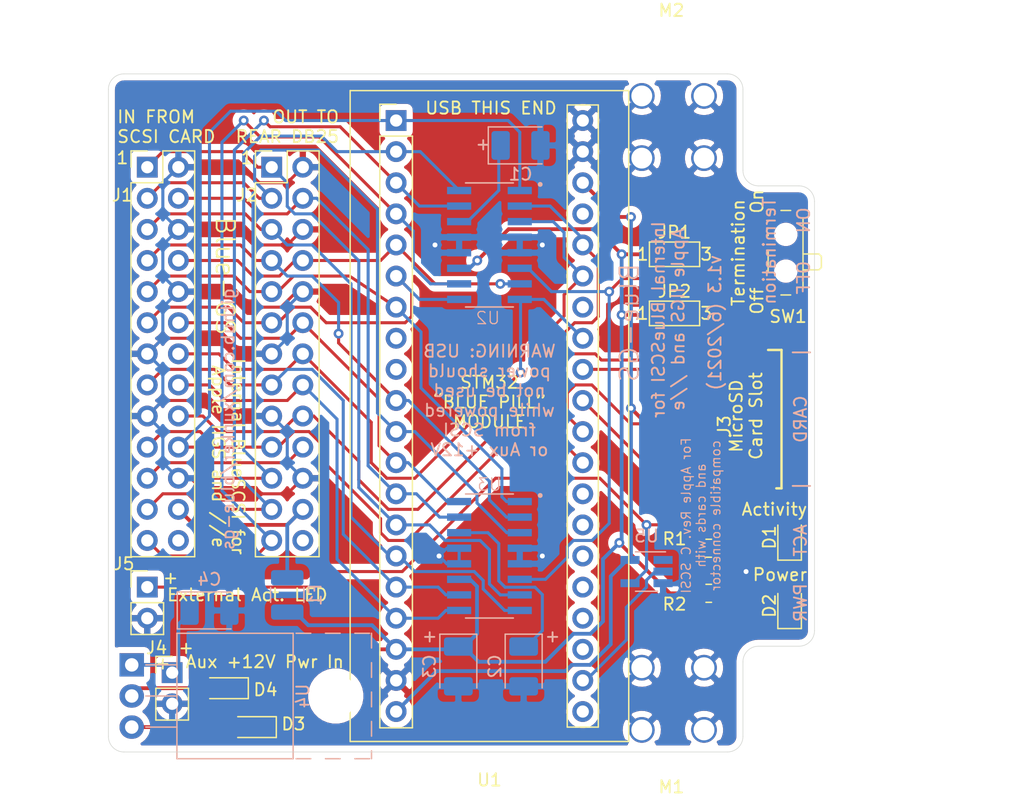
<source format=kicad_pcb>
(kicad_pcb (version 20171130) (host pcbnew "(5.1.8-0-10_14)")
  (layers (0 F.Cu signal) (31 B.Cu signal) (34 B.Paste user) (35 F.Paste user) (36 B.SilkS user) (37 F.SilkS user) (38 B.Mask user) (39 F.Mask user) (44 Edge.Cuts user))
  (net 0 "")
  (net 1 "Net-(U1-Pad37)")
  (net 2 "Net-(U1-Pad34)")
  (net 3 "Net-(U1-Pad8)")
  (net 4 "Net-(U1-Pad9)")
  (net 5 "Net-(U1-Pad28)")
  (net 6 "Net-(U1-Pad25)")
  (net 7 "Net-(U1-Pad24)")
  (net 8 "Net-(U1-Pad23)")
  (net 9 "Net-(U1-Pad21)")
  (net 10 "Net-(J1-Pad26)")
  (net 11 "Net-(J2-Pad26)")
  (net 12 +5V)
  (net 13 GND)
  (net 14 /SCSI_DB4)
  (net 15 /SCSI_DB2)
  (net 16 /SCSI_DB1)
  (net 17 /SCSI_DBP)
  (net 18 /SCSI_SEL)
  (net 19 /SCSI_ATN)
  (net 20 /SCSI_C_D)
  (net 21 /SCSI_DB7)
  (net 22 /SCSI_DB6)
  (net 23 /SCSI_DB5)
  (net 24 /SCSI_DB3)
  (net 25 /SCSI_DB0)
  (net 26 /SCSI_BSY)
  (net 27 /SCSI_ACK)
  (net 28 /SCSI_RST)
  (net 29 /SCSI_I_O)
  (net 30 /SCSI_MSG)
  (net 31 /SCSI_REQ)
  (net 32 /SD_MISO)
  (net 33 /SD_CSK)
  (net 34 +3V3)
  (net 35 /SD_MOSI)
  (net 36 /SD_CS)
  (net 37 "Net-(J3-Pad8)")
  (net 38 "Net-(J3-Pad1)")
  (net 39 "Net-(D2-Pad2)")
  (net 40 "Net-(C1-Pad1)")
  (net 41 "Net-(C2-Pad1)")
  (net 42 /TERM_DISC)
  (net 43 "Net-(D1-Pad1)")
  (net 44 /DEBUG_RX)
  (net 45 /DEBUG_TX)
  (net 46 "Net-(D4-Pad2)")
  (net 47 /+12V_AUX)
  (net 48 /TERM_EN)
  (net 49 /TERM_DIS)
  (net 50 /DISK_ACT)
  (net 51 /REG_OUT)
  (net 52 /SCSI_TERMPWR)
  (net 53 "Net-(D1-Pad2)")
  (net 54 "Net-(U5-Pad1)")
  (module Package_TO_SOT_THT:TO-220-3_Horizontal_TabUp (layer B.Cu) (at 130.81 95.25 270)
    (fp_text reference U4 (at 2.54 -13.97 90) (layer B.SilkS) (effects (justify mirror)))
    (fp_text value MC7805CT-BP)
    (pad 3 thru_hole oval (at 5.08 0 270) (size 1.905 2) (drill 1.1) (layers *.Cu *.Mask) (net 51 /REG_OUT))
    (pad 2 thru_hole oval (at 2.54 0 270) (size 1.905 2) (drill 1.1) (layers *.Cu *.Mask) (net 46 "Net-(D4-Pad2)"))
    (pad 1 thru_hole rect (at 0 0 270) (size 1.905 2) (drill 1.1) (layers *.Cu *.Mask) (net 47 /+12V_AUX))
    (pad "" np_thru_hole oval (at 2.54 -16.66 270) (size 3.5 3.5) (drill 3.5) (layers *.Cu *.Mask))
  )
  (module Package_TO_SOT_SMD:SOT-23-5_HandSoldering (layer B.Cu) (at 172.847 87.63 180)
    (fp_text reference U5 (at 0 2.9) (layer B.SilkS) (effects (justify mirror)))
    (fp_text value SN74LVC1G06DBVR)
    (pad 5 smd rect (at 1.35 0.95 180) (size 1.56 0.65) (layers B.Cu B.Paste B.Mask) (net 34 +3V3))
    (pad 4 smd rect (at 1.35 -0.95 180) (size 1.56 0.65) (layers B.Cu B.Paste B.Mask) (net 53 "Net-(D1-Pad2)"))
    (pad 3 smd rect (at -1.35 -0.95 180) (size 1.56 0.65) (layers B.Cu B.Paste B.Mask) (net 13 GND))
    (pad 2 smd rect (at -1.35 0 180) (size 1.56 0.65) (layers B.Cu B.Paste B.Mask) (net 50 /DISK_ACT))
    (pad 1 smd rect (at -1.35 0.95 180) (size 1.56 0.65) (layers B.Cu B.Paste B.Mask) (net 54 "Net-(U5-Pad1)"))
  )
  (module "my library:keystone-7774" (layer F.Cu) (at 180.721 53.871 180)
    (fp_text reference M2 (at 5.842 12.065) (layer F.SilkS))
    (fp_text value Screw_Terminal_01x01)
    (pad 1 thru_hole circle (at 8.26 5.08 180) (size 2.1 2.1) (drill 1.7) (layers *.Cu *.Mask) (net 13 GND))
    (pad 1 thru_hole circle (at 3.18 5.08 180) (size 2.1 2.1) (drill 1.7) (layers *.Cu *.Mask) (net 13 GND))
    (pad 1 thru_hole circle (at 8.26 0 180) (size 2.1 2.1) (drill 1.7) (layers *.Cu *.Mask) (net 13 GND))
    (pad 1 thru_hole circle (at 3.18 0 180) (size 2.1 2.1) (drill 1.7) (layers *.Cu *.Mask) (net 13 GND))
  )
  (module "my library:keystone-7774" (layer F.Cu) (at 180.721 100.561 180)
    (fp_text reference M1 (at 5.842 -4.649) (layer F.SilkS))
    (fp_text value Screw_Terminal_01x01)
    (pad 1 thru_hole circle (at 8.26 5.08 180) (size 2.1 2.1) (drill 1.7) (layers *.Cu *.Mask) (net 13 GND))
    (pad 1 thru_hole circle (at 3.18 5.08 180) (size 2.1 2.1) (drill 1.7) (layers *.Cu *.Mask) (net 13 GND))
    (pad 1 thru_hole circle (at 8.26 0 180) (size 2.1 2.1) (drill 1.7) (layers *.Cu *.Mask) (net 13 GND))
    (pad 1 thru_hole circle (at 3.18 0 180) (size 2.1 2.1) (drill 1.7) (layers *.Cu *.Mask) (net 13 GND))
  )
  (module Connector_PinHeader_2.54mm:PinHeader_1x02_P2.54mm_Vertical (layer F.Cu) (at 132.08 88.9)
    (fp_text reference J5 (at -1.905 -1.905 180) (layer F.SilkS))
    (fp_text value Conn_01x02_Male)
    (pad 2 thru_hole oval (at 0 2.54) (size 1.7 1.7) (drill 1) (layers *.Cu *.Mask) (net 13 GND))
    (pad 1 thru_hole rect (at 0 0) (size 1.7 1.7) (drill 1) (layers *.Cu *.Mask) (net 53 "Net-(D1-Pad2)"))
  )
  (module Fuse:Fuse_1210_3225Metric (layer B.Cu) (at 143.51 89.535 90)
    (fp_text reference F1 (at 0 2.28 270) (layer B.SilkS) (effects (justify mirror)))
    (fp_text value Fuse)
    (pad 2 smd roundrect (at 1.4 0 90) (size 1.25 2.65) (layers B.Cu B.Paste B.Mask) (roundrect_rratio 0.2) (net 52 /SCSI_TERMPWR))
    (pad 1 smd roundrect (at -1.4 0 90) (size 1.25 2.65) (layers B.Cu B.Paste B.Mask) (roundrect_rratio 0.2) (net 12 +5V))
  )
  (module Jumper:SolderJumper-3_P1.3mm_Open_Pad1.0x1.5mm_NumberLabels (layer F.Cu) (at 175.133 66.548)
    (fp_text reference JP2 (at 0 -1.8) (layer F.SilkS))
    (fp_text value Jumper_3_Open)
    (fp_text user 1 (at -2.6 0) (layer F.SilkS))
    (fp_text user 3 (at 2.6 0) (layer F.SilkS))
    (pad 1 smd rect (at -1.3 0) (size 1 1.5) (layers F.Cu F.Mask) (net 12 +5V))
    (pad 2 smd rect (at 0 0) (size 1 1.5) (layers F.Cu F.Mask) (net 49 /TERM_DIS))
    (pad 3 smd rect (at 1.3 0) (size 1 1.5) (layers F.Cu F.Mask) (net 13 GND))
  )
  (module Jumper:SolderJumper-3_P1.3mm_Open_Pad1.0x1.5mm_NumberLabels (layer F.Cu) (at 175.133 61.722)
    (fp_text reference JP1 (at 0 -1.8) (layer F.SilkS))
    (fp_text value Jumper_3_Open)
    (fp_text user 1 (at -2.6 0) (layer F.SilkS))
    (fp_text user 3 (at 2.6 0) (layer F.SilkS))
    (pad 1 smd rect (at -1.3 0) (size 1 1.5) (layers F.Cu F.Mask) (net 12 +5V))
    (pad 2 smd rect (at 0 0) (size 1 1.5) (layers F.Cu F.Mask) (net 48 /TERM_EN))
    (pad 3 smd rect (at 1.3 0) (size 1 1.5) (layers F.Cu F.Mask) (net 13 GND))
  )
  (module "Molex 105162-0001:105162-0001" (layer F.Cu) (at 177.419 75.184 90)
    (fp_text reference J3 (at -0.549 1.778 90) (layer F.SilkS))
    (fp_text value 105162-0001)
    (pad 15 smd rect (at -2.204 0.105 90) (size 2.91 0.55) (layers F.Cu F.Paste F.Mask))
    (pad 14 smd rect (at 1.986 0.105 90) (size 2.91 0.55) (layers F.Cu F.Paste F.Mask))
    (pad 13 smd rect (at -5.325 4.535 90) (size 1.05 2.39) (layers F.Cu F.Paste F.Mask) (net 13 GND))
    (pad 12 smd rect (at -5.325 1.35 90) (size 1.05 1.2) (layers F.Cu F.Paste F.Mask) (net 13 GND))
    (pad 11 smd rect (at 5.325 0.78 90) (size 1.05 1.2) (layers F.Cu F.Paste F.Mask) (net 13 GND))
    (pad 10 smd rect (at 5.325 3.39 90) (size 1.05 1.08) (layers F.Cu F.Paste F.Mask) (net 13 GND))
    (pad 9 smd rect (at 5.31 4.66 90) (size 0.72 0.78) (layers F.Cu F.Paste F.Mask) (net 13 GND))
    (pad 8 smd rect (at -4.15 7.34 90) (size 0.5 1) (layers F.Cu F.Paste F.Mask) (net 37 "Net-(J3-Pad8)"))
    (pad 7 smd rect (at -3.05 7.34 90) (size 0.5 1) (layers F.Cu F.Paste F.Mask) (net 32 /SD_MISO))
    (pad 6 smd rect (at -1.95 7.34 90) (size 0.5 1) (layers F.Cu F.Paste F.Mask) (net 13 GND))
    (pad 5 smd rect (at -0.85 7.34 90) (size 0.5 1) (layers F.Cu F.Paste F.Mask) (net 33 /SD_CSK))
    (pad 4 smd rect (at 0.25 7.34 90) (size 0.5 1) (layers F.Cu F.Paste F.Mask) (net 34 +3V3))
    (pad 3 smd rect (at 1.35 7.34 90) (size 0.5 1) (layers F.Cu F.Paste F.Mask) (net 35 /SD_MOSI))
    (pad 2 smd rect (at 2.45 7.34 90) (size 0.5 1) (layers F.Cu F.Paste F.Mask) (net 36 /SD_CS))
    (pad 1 smd rect (at 3.55 7.34 90) (size 0.5 1) (layers F.Cu F.Paste F.Mask) (net 38 "Net-(J3-Pad1)"))
  )
  (module Diode_SMD:D_SOD-323_HandSoldering (layer F.Cu) (at 138.43 97.155 180)
    (fp_text reference D4 (at -3.302 -0.127) (layer F.SilkS))
    (fp_text value 1N4001)
    (pad 2 smd rect (at 1.25 0 180) (size 1 1) (layers F.Cu F.Paste F.Mask) (net 46 "Net-(D4-Pad2)"))
    (pad 1 smd rect (at -1.25 0 180) (size 1 1) (layers F.Cu F.Paste F.Mask) (net 13 GND))
  )
  (module Diode_SMD:D_SOD-323_HandSoldering (layer F.Cu) (at 140.716 100.33 180)
    (fp_text reference D3 (at -3.302 0.254) (layer F.SilkS))
    (fp_text value 1N4001)
    (pad 2 smd rect (at 1.25 0 180) (size 1 1) (layers F.Cu F.Paste F.Mask) (net 51 /REG_OUT))
    (pad 1 smd rect (at -1.25 0 180) (size 1 1) (layers F.Cu F.Paste F.Mask) (net 12 +5V))
  )
  (module Connector_PinHeader_2.54mm:PinHeader_1x02_P2.54mm_Vertical (layer F.Cu) (at 134.112 95.885)
    (fp_text reference J4 (at -1.27 -2.032 180) (layer F.SilkS))
    (fp_text value Conn_01x02_Male)
    (pad 2 thru_hole oval (at 0 2.54) (size 1.7 1.7) (drill 1) (layers *.Cu *.Mask) (net 13 GND))
    (pad 1 thru_hole rect (at 0 0) (size 1.7 1.7) (drill 1) (layers *.Cu *.Mask) (net 47 /+12V_AUX))
  )
  (module Capacitor_Tantalum_SMD:CP_EIA-3528-21_Kemet-B_Pad1.50x2.35mm_HandSolder (layer B.Cu) (at 137.16 90.805)
    (fp_text reference C4 (at 0 -2.54 180) (layer B.SilkS) (effects (justify mirror)))
    (fp_text value 10uF)
    (pad 2 smd roundrect (at 1.625 0) (size 1.5 2.35) (layers B.Cu B.Paste B.Mask) (roundrect_rratio 0.1666666666666667) (net 13 GND))
    (pad 1 smd roundrect (at -1.625 0) (size 1.5 2.35) (layers B.Cu B.Paste B.Mask) (roundrect_rratio 0.1666666666666667) (net 47 /+12V_AUX))
  )
  (module Button_Switch_SMD:SW_SPDT_PCM12 (layer F.Cu) (at 183.896 61.595 90)
    (fp_text reference SW1 (at -5.207 0.508) (layer F.SilkS))
    (fp_text value SW_SPDT)
    (pad "" np_thru_hole circle (at -1.5 0.33 90) (size 0.9 0.9) (drill 0.9) (layers *.Cu *.Mask))
    (pad "" np_thru_hole circle (at 1.5 0.33 90) (size 0.9 0.9) (drill 0.9) (layers *.Cu *.Mask))
    (pad 1 smd rect (at -2.25 -1.43 90) (size 0.7 1.5) (layers F.Cu F.Paste F.Mask) (net 49 /TERM_DIS))
    (pad 2 smd rect (at 0.75 -1.43 90) (size 0.7 1.5) (layers F.Cu F.Paste F.Mask) (net 42 /TERM_DISC))
    (pad 3 smd rect (at 2.25 -1.43 90) (size 0.7 1.5) (layers F.Cu F.Paste F.Mask) (net 48 /TERM_EN))
    (pad "" smd rect (at -3.65 1.43 90) (size 1 0.8) (layers F.Cu F.Paste F.Mask))
    (pad "" smd rect (at 3.65 1.43 90) (size 1 0.8) (layers F.Cu F.Paste F.Mask))
    (pad "" smd rect (at 3.65 -0.78 90) (size 1 0.8) (layers F.Cu F.Paste F.Mask))
    (pad "" smd rect (at -3.65 -0.78 90) (size 1 0.8) (layers F.Cu F.Paste F.Mask))
  )
  (module Capacitor_Tantalum_SMD:CP_EIA-3528-21_Kemet-B_Pad1.50x2.35mm_HandSolder (layer B.Cu) (at 157.48 95.377 270)
    (fp_text reference C3 (at 0 2.35 90) (layer B.SilkS) (effects (justify mirror)))
    (fp_text value "4.7uF, 6.3v")
    (pad 2 smd roundrect (at 1.625 0 270) (size 1.5 2.35) (layers B.Cu B.Paste B.Mask) (roundrect_rratio 0.1666666666666667) (net 13 GND))
    (pad 1 smd roundrect (at -1.625 0 270) (size 1.5 2.35) (layers B.Cu B.Paste B.Mask) (roundrect_rratio 0.1666666666666667) (net 12 +5V))
  )
  (module Capacitor_Tantalum_SMD:CP_EIA-3528-21_Kemet-B_Pad1.50x2.35mm_HandSolder (layer B.Cu) (at 162.814 95.377 270)
    (fp_text reference C2 (at 0 2.35 90) (layer B.SilkS) (effects (justify mirror)))
    (fp_text value "4.7uF, 6.3v")
    (pad 2 smd roundrect (at 1.625 0 270) (size 1.5 2.35) (layers B.Cu B.Paste B.Mask) (roundrect_rratio 0.1666666666666667) (net 13 GND))
    (pad 1 smd roundrect (at -1.625 0 270) (size 1.5 2.35) (layers B.Cu B.Paste B.Mask) (roundrect_rratio 0.1666666666666667) (net 41 "Net-(C2-Pad1)"))
  )
  (module Capacitor_Tantalum_SMD:CP_EIA-3528-21_Kemet-B_Pad1.50x2.35mm_HandSolder (layer B.Cu) (at 162.56 52.832)
    (fp_text reference C1 (at 0 2.35) (layer B.SilkS) (effects (justify mirror)))
    (fp_text value "4.7uF, 6.3v")
    (pad 2 smd roundrect (at 1.625 0) (size 1.5 2.35) (layers B.Cu B.Paste B.Mask) (roundrect_rratio 0.1666666666666667) (net 13 GND))
    (pad 1 smd roundrect (at -1.625 0) (size 1.5 2.35) (layers B.Cu B.Paste B.Mask) (roundrect_rratio 0.1666666666666667) (net 40 "Net-(C1-Pad1)"))
  )
  (module LED_SMD:LED_0805_2012Metric_Pad1.15x1.40mm_HandSolder (layer F.Cu) (at 184.531 90.424 90)
    (fp_text reference D2 (at 0 -1.65 90) (layer F.SilkS))
    (fp_text value LED)
    (pad 2 smd roundrect (at 1.025 0 90) (size 1.15 1.4) (layers F.Cu F.Paste F.Mask) (roundrect_rratio 0.2173904347826087) (net 39 "Net-(D2-Pad2)"))
    (pad 1 smd roundrect (at -1.025 0 90) (size 1.15 1.4) (layers F.Cu F.Paste F.Mask) (roundrect_rratio 0.2173904347826087) (net 13 GND))
  )
  (module LED_SMD:LED_0805_2012Metric_Pad1.15x1.40mm_HandSolder (layer F.Cu) (at 184.531 84.836 90)
    (fp_text reference D1 (at 0 -1.65 90) (layer F.SilkS))
    (fp_text value LED)
    (pad 2 smd roundrect (at 1.025 0 90) (size 1.15 1.4) (layers F.Cu F.Paste F.Mask) (roundrect_rratio 0.2173904347826087) (net 53 "Net-(D1-Pad2)"))
    (pad 1 smd roundrect (at -1.025 0 90) (size 1.15 1.4) (layers F.Cu F.Paste F.Mask) (roundrect_rratio 0.2173904347826087) (net 43 "Net-(D1-Pad1)"))
  )
  (module Resistor_SMD:R_0805_2012Metric_Pad1.20x1.40mm_HandSolder (layer F.Cu) (at 177.927 89.408 180)
    (fp_text reference R2 (at 2.794 -0.889) (layer F.SilkS))
    (fp_text value 1K)
    (pad 2 smd roundrect (at 1 0 180) (size 1.2 1.4) (layers F.Cu F.Paste F.Mask) (roundrect_rratio 0.2083325) (net 12 +5V))
    (pad 1 smd roundrect (at -1 0 180) (size 1.2 1.4) (layers F.Cu F.Paste F.Mask) (roundrect_rratio 0.2083325) (net 39 "Net-(D2-Pad2)"))
  )
  (module Resistor_SMD:R_0805_2012Metric_Pad1.20x1.40mm_HandSolder (layer F.Cu) (at 177.927 85.725)
    (fp_text reference R1 (at -2.794 -0.762) (layer F.SilkS))
    (fp_text value 470)
    (pad 2 smd roundrect (at 1 0) (size 1.2 1.4) (layers F.Cu F.Paste F.Mask) (roundrect_rratio 0.2083325) (net 43 "Net-(D1-Pad1)"))
    (pad 1 smd roundrect (at -1 0) (size 1.2 1.4) (layers F.Cu F.Paste F.Mask) (roundrect_rratio 0.2083325) (net 13 GND))
  )
  (module Connector_PinHeader_2.54mm:PinHeader_2x13_P2.54mm_Vertical (layer F.Cu) (at 142.24 54.61)
    (fp_text reference J2 (at -2.032 2.286) (layer F.SilkS))
    (fp_text value Conn_02x13_Odd_Even)
    (pad 26 thru_hole oval (at 2.54 30.48) (size 1.7 1.7) (drill 1) (layers *.Cu *.Mask) (net 11 "Net-(J2-Pad26)"))
    (pad 25 thru_hole oval (at 0 30.48) (size 1.7 1.7) (drill 1) (layers *.Cu *.Mask) (net 21 /SCSI_DB7))
    (pad 24 thru_hole oval (at 2.54 27.94) (size 1.7 1.7) (drill 1) (layers *.Cu *.Mask) (net 52 /SCSI_TERMPWR))
    (pad 23 thru_hole oval (at 0 27.94) (size 1.7 1.7) (drill 1) (layers *.Cu *.Mask) (net 22 /SCSI_DB6))
    (pad 22 thru_hole oval (at 2.54 25.4) (size 1.7 1.7) (drill 1) (layers *.Cu *.Mask) (net 13 GND))
    (pad 21 thru_hole oval (at 0 25.4) (size 1.7 1.7) (drill 1) (layers *.Cu *.Mask) (net 23 /SCSI_DB5))
    (pad 20 thru_hole oval (at 2.54 22.86) (size 1.7 1.7) (drill 1) (layers *.Cu *.Mask) (net 14 /SCSI_DB4))
    (pad 19 thru_hole oval (at 0 22.86) (size 1.7 1.7) (drill 1) (layers *.Cu *.Mask) (net 24 /SCSI_DB3))
    (pad 18 thru_hole oval (at 2.54 20.32) (size 1.7 1.7) (drill 1) (layers *.Cu *.Mask) (net 15 /SCSI_DB2))
    (pad 17 thru_hole oval (at 0 20.32) (size 1.7 1.7) (drill 1) (layers *.Cu *.Mask) (net 13 GND))
    (pad 16 thru_hole oval (at 2.54 17.78) (size 1.7 1.7) (drill 1) (layers *.Cu *.Mask) (net 16 /SCSI_DB1))
    (pad 15 thru_hole oval (at 0 17.78) (size 1.7 1.7) (drill 1) (layers *.Cu *.Mask) (net 25 /SCSI_DB0))
    (pad 14 thru_hole oval (at 2.54 15.24) (size 1.7 1.7) (drill 1) (layers *.Cu *.Mask) (net 17 /SCSI_DBP))
    (pad 13 thru_hole oval (at 0 15.24) (size 1.7 1.7) (drill 1) (layers *.Cu *.Mask) (net 13 GND))
    (pad 12 thru_hole oval (at 2.54 12.7) (size 1.7 1.7) (drill 1) (layers *.Cu *.Mask) (net 18 /SCSI_SEL))
    (pad 11 thru_hole oval (at 0 12.7) (size 1.7 1.7) (drill 1) (layers *.Cu *.Mask) (net 26 /SCSI_BSY))
    (pad 10 thru_hole oval (at 2.54 10.16) (size 1.7 1.7) (drill 1) (layers *.Cu *.Mask) (net 13 GND))
    (pad 9 thru_hole oval (at 0 10.16) (size 1.7 1.7) (drill 1) (layers *.Cu *.Mask) (net 27 /SCSI_ACK))
    (pad 8 thru_hole oval (at 2.54 7.62) (size 1.7 1.7) (drill 1) (layers *.Cu *.Mask) (net 19 /SCSI_ATN))
    (pad 7 thru_hole oval (at 0 7.62) (size 1.7 1.7) (drill 1) (layers *.Cu *.Mask) (net 28 /SCSI_RST))
    (pad 6 thru_hole oval (at 2.54 5.08) (size 1.7 1.7) (drill 1) (layers *.Cu *.Mask) (net 13 GND))
    (pad 5 thru_hole oval (at 0 5.08) (size 1.7 1.7) (drill 1) (layers *.Cu *.Mask) (net 29 /SCSI_I_O))
    (pad 4 thru_hole oval (at 2.54 2.54) (size 1.7 1.7) (drill 1) (layers *.Cu *.Mask) (net 20 /SCSI_C_D))
    (pad 3 thru_hole oval (at 0 2.54) (size 1.7 1.7) (drill 1) (layers *.Cu *.Mask) (net 30 /SCSI_MSG))
    (pad 2 thru_hole oval (at 2.54 0) (size 1.7 1.7) (drill 1) (layers *.Cu *.Mask) (net 13 GND))
    (pad 1 thru_hole rect (at 0 0) (size 1.7 1.7) (drill 1) (layers *.Cu *.Mask) (net 31 /SCSI_REQ))
  )
  (module "my library:YAAJ_BluePill_2" (layer F.Cu) (at 152.4 50.8)
    (fp_text reference U1 (at 7.62 53.848) (layer F.SilkS))
    (fp_text value YAAJ_BluePill hide)
    (pad 40 thru_hole circle (at 15.24 0) (size 1.7 1.7) (drill 1) (layers *.Cu *.Mask) (net 13 GND))
    (pad 1 thru_hole rect (at 0 0) (size 1.7 1.7) (drill 1) (layers *.Cu *.Mask) (net 14 /SCSI_DB4))
    (pad 39 thru_hole circle (at 15.24 2.54) (size 1.7 1.7) (drill 1) (layers *.Cu *.Mask) (net 13 GND))
    (pad 2 thru_hole circle (at 0 2.54) (size 1.7 1.7) (drill 1) (layers *.Cu *.Mask) (net 23 /SCSI_DB5))
    (pad 38 thru_hole circle (at 15.24 5.08) (size 1.7 1.7) (drill 1) (layers *.Cu *.Mask) (net 34 +3V3))
    (pad 3 thru_hole circle (at 0 5.08) (size 1.7 1.7) (drill 1) (layers *.Cu *.Mask) (net 22 /SCSI_DB6))
    (pad 37 thru_hole circle (at 15.24 7.62) (size 1.7 1.7) (drill 1) (layers *.Cu *.Mask) (net 1 "Net-(U1-Pad37)"))
    (pad 4 thru_hole circle (at 0 7.62) (size 1.7 1.7) (drill 1) (layers *.Cu *.Mask) (net 21 /SCSI_DB7))
    (pad 36 thru_hole circle (at 15.24 10.16) (size 1.7 1.7) (drill 1) (layers *.Cu *.Mask) (net 24 /SCSI_DB3))
    (pad 5 thru_hole circle (at 0 10.16) (size 1.7 1.7) (drill 1) (layers *.Cu *.Mask) (net 19 /SCSI_ATN))
    (pad 35 thru_hole circle (at 15.24 12.7) (size 1.7 1.7) (drill 1) (layers *.Cu *.Mask) (net 15 /SCSI_DB2))
    (pad 6 thru_hole circle (at 0 12.7) (size 1.7 1.7) (drill 1) (layers *.Cu *.Mask) (net 26 /SCSI_BSY))
    (pad 34 thru_hole circle (at 15.24 15.24) (size 1.7 1.7) (drill 1) (layers *.Cu *.Mask) (net 2 "Net-(U1-Pad34)"))
    (pad 7 thru_hole circle (at 0 15.24) (size 1.7 1.7) (drill 1) (layers *.Cu *.Mask) (net 27 /SCSI_ACK))
    (pad 33 thru_hole circle (at 15.24 17.78) (size 1.7 1.7) (drill 1) (layers *.Cu *.Mask) (net 17 /SCSI_DBP))
    (pad 8 thru_hole circle (at 0 17.78) (size 1.7 1.7) (drill 1) (layers *.Cu *.Mask) (net 3 "Net-(U1-Pad8)"))
    (pad 32 thru_hole circle (at 15.24 20.32) (size 1.7 1.7) (drill 1) (layers *.Cu *.Mask) (net 35 /SD_MOSI))
    (pad 9 thru_hole circle (at 0 20.32) (size 1.7 1.7) (drill 1) (layers *.Cu *.Mask) (net 4 "Net-(U1-Pad9)"))
    (pad 31 thru_hole circle (at 15.24 22.86) (size 1.7 1.7) (drill 1) (layers *.Cu *.Mask) (net 32 /SD_MISO))
    (pad 10 thru_hole circle (at 0 22.86) (size 1.7 1.7) (drill 1) (layers *.Cu *.Mask) (net 28 /SCSI_RST))
    (pad 30 thru_hole circle (at 15.24 25.4) (size 1.7 1.7) (drill 1) (layers *.Cu *.Mask) (net 33 /SD_CSK))
    (pad 11 thru_hole circle (at 0 25.4) (size 1.7 1.7) (drill 1) (layers *.Cu *.Mask) (net 30 /SCSI_MSG))
    (pad 29 thru_hole circle (at 15.24 27.94) (size 1.7 1.7) (drill 1) (layers *.Cu *.Mask) (net 36 /SD_CS))
    (pad 12 thru_hole circle (at 0 27.94) (size 1.7 1.7) (drill 1) (layers *.Cu *.Mask) (net 18 /SCSI_SEL))
    (pad 28 thru_hole circle (at 15.24 30.48) (size 1.7 1.7) (drill 1) (layers *.Cu *.Mask) (net 5 "Net-(U1-Pad28)"))
    (pad 13 thru_hole circle (at 0 30.48) (size 1.7 1.7) (drill 1) (layers *.Cu *.Mask) (net 20 /SCSI_C_D))
    (pad 27 thru_hole circle (at 15.24 33.02) (size 1.7 1.7) (drill 1) (layers *.Cu *.Mask) (net 44 /DEBUG_RX))
    (pad 14 thru_hole circle (at 0 33.02) (size 1.7 1.7) (drill 1) (layers *.Cu *.Mask) (net 31 /SCSI_REQ))
    (pad 26 thru_hole circle (at 15.24 35.56) (size 1.7 1.7) (drill 1) (layers *.Cu *.Mask) (net 45 /DEBUG_TX))
    (pad 15 thru_hole circle (at 0 35.56) (size 1.7 1.7) (drill 1) (layers *.Cu *.Mask) (net 29 /SCSI_I_O))
    (pad 25 thru_hole circle (at 15.24 38.1) (size 1.7 1.7) (drill 1) (layers *.Cu *.Mask) (net 6 "Net-(U1-Pad25)"))
    (pad 16 thru_hole circle (at 0 38.1) (size 1.7 1.7) (drill 1) (layers *.Cu *.Mask) (net 25 /SCSI_DB0))
    (pad 24 thru_hole circle (at 15.24 40.64) (size 1.7 1.7) (drill 1) (layers *.Cu *.Mask) (net 7 "Net-(U1-Pad24)"))
    (pad 17 thru_hole circle (at 0 40.64) (size 1.7 1.7) (drill 1) (layers *.Cu *.Mask) (net 16 /SCSI_DB1))
    (pad 23 thru_hole circle (at 15.24 43.18) (size 1.7 1.7) (drill 1) (layers *.Cu *.Mask) (net 8 "Net-(U1-Pad23)"))
    (pad 18 thru_hole circle (at 0 43.18) (size 1.7 1.7) (drill 1) (layers *.Cu *.Mask) (net 12 +5V))
    (pad 22 thru_hole circle (at 15.24 45.72) (size 1.7 1.7) (drill 1) (layers *.Cu *.Mask) (net 50 /DISK_ACT))
    (pad 19 thru_hole circle (at 0 45.72) (size 1.7 1.7) (drill 1) (layers *.Cu *.Mask) (net 13 GND))
    (pad 21 thru_hole circle (at 15.24 48.26) (size 1.7 1.7) (drill 1) (layers *.Cu *.Mask) (net 9 "Net-(U1-Pad21)"))
    (pad 20 thru_hole circle (at 0 48.26) (size 1.7 1.7) (drill 1) (layers *.Cu *.Mask) (net 34 +3V3))
  )
  (module "my library:SOIC127P600X175-16N" (layer B.Cu) (at 160.02 86.36 180)
    (fp_text reference U3 (at 0 5.842) (layer B.SilkS) (effects (font (thickness 0.1)) (justify mirror)))
    (fp_text value "UC560x, UCC56xx")
    (pad 1 smd rect (at -2.475 4.445 180) (size 1.97 0.6) (layers B.Cu B.Paste B.Mask) (net 27 /SCSI_ACK))
    (pad 2 smd rect (at -2.475 3.175 180) (size 1.97 0.6) (layers B.Cu B.Paste B.Mask) (net 28 /SCSI_RST))
    (pad 3 smd rect (at -2.475 1.905 180) (size 1.97 0.6) (layers B.Cu B.Paste B.Mask) (net 30 /SCSI_MSG))
    (pad 4 smd rect (at -2.475 0.635 180) (size 1.97 0.6) (layers B.Cu B.Paste B.Mask) (net 13 GND))
    (pad 5 smd rect (at -2.475 -0.635 180) (size 1.97 0.6) (layers B.Cu B.Paste B.Mask) (net 13 GND))
    (pad 6 smd rect (at -2.475 -1.905 180) (size 1.97 0.6) (layers B.Cu B.Paste B.Mask) (net 42 /TERM_DISC))
    (pad 7 smd rect (at -2.475 -3.175 180) (size 1.97 0.6) (layers B.Cu B.Paste B.Mask) (net 31 /SCSI_REQ))
    (pad 8 smd rect (at -2.475 -4.445 180) (size 1.97 0.6) (layers B.Cu B.Paste B.Mask) (net 29 /SCSI_I_O))
    (pad 9 smd rect (at 2.475 -4.445 180) (size 1.97 0.6) (layers B.Cu B.Paste B.Mask) (net 16 /SCSI_DB1))
    (pad 10 smd rect (at 2.475 -3.175 180) (size 1.97 0.6) (layers B.Cu B.Paste B.Mask) (net 25 /SCSI_DB0))
    (pad 11 smd rect (at 2.475 -1.905 180) (size 1.97 0.6) (layers B.Cu B.Paste B.Mask) (net 12 +5V))
    (pad 12 smd rect (at 2.475 -0.635 180) (size 1.97 0.6) (layers B.Cu B.Paste B.Mask) (net 13 GND))
    (pad 13 smd rect (at 2.475 0.635 180) (size 1.97 0.6) (layers B.Cu B.Paste B.Mask) (net 13 GND))
    (pad 14 smd rect (at 2.475 1.905 180) (size 1.97 0.6) (layers B.Cu B.Paste B.Mask) (net 41 "Net-(C2-Pad1)"))
    (pad 15 smd rect (at 2.475 3.175 180) (size 1.97 0.6) (layers B.Cu B.Paste B.Mask) (net 20 /SCSI_C_D))
    (pad 16 smd rect (at 2.475 4.445 180) (size 1.97 0.6) (layers B.Cu B.Paste B.Mask) (net 18 /SCSI_SEL))
  )
  (module "my library:SOIC127P600X175-16N" (layer B.Cu) (at 160.02 60.96 180)
    (fp_text reference U2 (at 0.127 -5.969) (layer B.SilkS) (effects (font (thickness 0.1)) (justify mirror)))
    (fp_text value "UC560x, UCC56xx")
    (pad 1 smd rect (at -2.475 4.445 180) (size 1.97 0.6) (layers B.Cu B.Paste B.Mask) (net 14 /SCSI_DB4))
    (pad 2 smd rect (at -2.475 3.175 180) (size 1.97 0.6) (layers B.Cu B.Paste B.Mask) (net 24 /SCSI_DB3))
    (pad 3 smd rect (at -2.475 1.905 180) (size 1.97 0.6) (layers B.Cu B.Paste B.Mask) (net 15 /SCSI_DB2))
    (pad 4 smd rect (at -2.475 0.635 180) (size 1.97 0.6) (layers B.Cu B.Paste B.Mask) (net 13 GND))
    (pad 5 smd rect (at -2.475 -0.635 180) (size 1.97 0.6) (layers B.Cu B.Paste B.Mask) (net 13 GND))
    (pad 6 smd rect (at -2.475 -1.905 180) (size 1.97 0.6) (layers B.Cu B.Paste B.Mask) (net 42 /TERM_DISC))
    (pad 7 smd rect (at -2.475 -3.175 180) (size 1.97 0.6) (layers B.Cu B.Paste B.Mask) (net 19 /SCSI_ATN))
    (pad 8 smd rect (at -2.475 -4.445 180) (size 1.97 0.6) (layers B.Cu B.Paste B.Mask) (net 17 /SCSI_DBP))
    (pad 9 smd rect (at 2.475 -4.445 180) (size 1.97 0.6) (layers B.Cu B.Paste B.Mask) (net 26 /SCSI_BSY))
    (pad 10 smd rect (at 2.475 -3.175 180) (size 1.97 0.6) (layers B.Cu B.Paste B.Mask) (net 21 /SCSI_DB7))
    (pad 11 smd rect (at 2.475 -1.905 180) (size 1.97 0.6) (layers B.Cu B.Paste B.Mask) (net 12 +5V))
    (pad 12 smd rect (at 2.475 -0.635 180) (size 1.97 0.6) (layers B.Cu B.Paste B.Mask) (net 13 GND))
    (pad 13 smd rect (at 2.475 0.635 180) (size 1.97 0.6) (layers B.Cu B.Paste B.Mask) (net 13 GND))
    (pad 14 smd rect (at 2.475 1.905 180) (size 1.97 0.6) (layers B.Cu B.Paste B.Mask) (net 40 "Net-(C1-Pad1)"))
    (pad 15 smd rect (at 2.475 3.175 180) (size 1.97 0.6) (layers B.Cu B.Paste B.Mask) (net 22 /SCSI_DB6))
    (pad 16 smd rect (at 2.475 4.445 180) (size 1.97 0.6) (layers B.Cu B.Paste B.Mask) (net 23 /SCSI_DB5))
  )
  (module Connector_PinHeader_2.54mm:PinHeader_2x13_P2.54mm_Vertical (layer F.Cu) (at 132.08 54.61)
    (fp_text reference J1 (at -2.032 2.286) (layer F.SilkS))
    (fp_text value Conn_02x13_Odd_Even)
    (pad 26 thru_hole oval (at 2.54 30.48) (size 1.7 1.7) (drill 1) (layers *.Cu *.Mask) (net 10 "Net-(J1-Pad26)"))
    (pad 25 thru_hole oval (at 0 30.48) (size 1.7 1.7) (drill 1) (layers *.Cu *.Mask) (net 21 /SCSI_DB7))
    (pad 24 thru_hole oval (at 2.54 27.94) (size 1.7 1.7) (drill 1) (layers *.Cu *.Mask) (net 52 /SCSI_TERMPWR))
    (pad 23 thru_hole oval (at 0 27.94) (size 1.7 1.7) (drill 1) (layers *.Cu *.Mask) (net 22 /SCSI_DB6))
    (pad 22 thru_hole oval (at 2.54 25.4) (size 1.7 1.7) (drill 1) (layers *.Cu *.Mask) (net 13 GND))
    (pad 21 thru_hole oval (at 0 25.4) (size 1.7 1.7) (drill 1) (layers *.Cu *.Mask) (net 23 /SCSI_DB5))
    (pad 20 thru_hole oval (at 2.54 22.86) (size 1.7 1.7) (drill 1) (layers *.Cu *.Mask) (net 14 /SCSI_DB4))
    (pad 19 thru_hole oval (at 0 22.86) (size 1.7 1.7) (drill 1) (layers *.Cu *.Mask) (net 24 /SCSI_DB3))
    (pad 18 thru_hole oval (at 2.54 20.32) (size 1.7 1.7) (drill 1) (layers *.Cu *.Mask) (net 15 /SCSI_DB2))
    (pad 17 thru_hole oval (at 0 20.32) (size 1.7 1.7) (drill 1) (layers *.Cu *.Mask) (net 13 GND))
    (pad 16 thru_hole oval (at 2.54 17.78) (size 1.7 1.7) (drill 1) (layers *.Cu *.Mask) (net 16 /SCSI_DB1))
    (pad 15 thru_hole oval (at 0 17.78) (size 1.7 1.7) (drill 1) (layers *.Cu *.Mask) (net 25 /SCSI_DB0))
    (pad 14 thru_hole oval (at 2.54 15.24) (size 1.7 1.7) (drill 1) (layers *.Cu *.Mask) (net 17 /SCSI_DBP))
    (pad 13 thru_hole oval (at 0 15.24) (size 1.7 1.7) (drill 1) (layers *.Cu *.Mask) (net 13 GND))
    (pad 12 thru_hole oval (at 2.54 12.7) (size 1.7 1.7) (drill 1) (layers *.Cu *.Mask) (net 18 /SCSI_SEL))
    (pad 11 thru_hole oval (at 0 12.7) (size 1.7 1.7) (drill 1) (layers *.Cu *.Mask) (net 26 /SCSI_BSY))
    (pad 10 thru_hole oval (at 2.54 10.16) (size 1.7 1.7) (drill 1) (layers *.Cu *.Mask) (net 13 GND))
    (pad 9 thru_hole oval (at 0 10.16) (size 1.7 1.7) (drill 1) (layers *.Cu *.Mask) (net 27 /SCSI_ACK))
    (pad 8 thru_hole oval (at 2.54 7.62) (size 1.7 1.7) (drill 1) (layers *.Cu *.Mask) (net 19 /SCSI_ATN))
    (pad 7 thru_hole oval (at 0 7.62) (size 1.7 1.7) (drill 1) (layers *.Cu *.Mask) (net 28 /SCSI_RST))
    (pad 6 thru_hole oval (at 2.54 5.08) (size 1.7 1.7) (drill 1) (layers *.Cu *.Mask) (net 13 GND))
    (pad 5 thru_hole oval (at 0 5.08) (size 1.7 1.7) (drill 1) (layers *.Cu *.Mask) (net 29 /SCSI_I_O))
    (pad 4 thru_hole oval (at 2.54 2.54) (size 1.7 1.7) (drill 1) (layers *.Cu *.Mask) (net 20 /SCSI_C_D))
    (pad 3 thru_hole oval (at 0 2.54) (size 1.7 1.7) (drill 1) (layers *.Cu *.Mask) (net 30 /SCSI_MSG))
    (pad 2 thru_hole oval (at 2.54 0) (size 1.7 1.7) (drill 1) (layers *.Cu *.Mask) (net 13 GND))
    (pad 1 thru_hole rect (at 0 0) (size 1.7 1.7) (drill 1) (layers *.Cu *.Mask) (net 31 /SCSI_REQ))
  )
  (gr_text "|    CARD    |" (at 185.42 75.184 90) (layer B.SilkS) (effects (font (size 1 1)) (justify mirror)))
  (gr_text "External Act. LED" (at 133.604 89.535) (layer F.SilkS) (effects (font (size 1 1)) (justify left)))
  (gr_text + (at 133.985 88.265 180) (layer F.SilkS) (effects (font (size 1 1))))
  (gr_text Blue-GS (at 138.43 63.5 270) (layer F.SilkS) (effects (font (size 1.5 1.5))))
  (gr_text "v1.3 (6/2021)" (at 178.435 67.31 90) (layer B.SilkS) (effects (font (size 1 1)) (justify mirror)))
  (gr_text Blue-GS (at 171.45 67.31 90) (layer B.SilkS) (effects (font (size 1.5 1.5)) (justify mirror)))
  (gr_text + (at 133.35 95.25 180) (layer F.SilkS) (effects (font (size 1 1))))
  (gr_text + (at 135.255 93.98 180) (layer F.SilkS) (effects (font (size 1 1))))
  (gr_text "Aux +12V Pwr In" (at 135.128 94.996) (layer F.SilkS) (effects (font (size 1 1)) (justify left)))
  (gr_text "Internal BlueSCSI for\nApple IIGS and //e" (at 174.625 67.056 90) (layer B.SilkS) (effects (font (size 1 1)) (justify mirror)))
  (gr_arc (start 181.991 94.996) (end 181.991 93.726) (angle -90) (layer Edge.Cuts) (width 0.05))
  (gr_arc (start 181.991 54.864) (end 180.721 54.864) (angle -90) (layer Edge.Cuts) (width 0.05))
  (gr_arc (start 185.293 57.404) (end 186.563 57.404) (angle -90) (layer Edge.Cuts) (width 0.05))
  (gr_arc (start 185.293 92.456) (end 185.293 93.726) (angle -90) (layer Edge.Cuts) (width 0.05))
  (gr_arc (start 130.175 101.092) (end 128.905 101.092) (angle -90) (layer Edge.Cuts) (width 0.05))
  (gr_arc (start 179.451 101.092) (end 179.451 102.362) (angle -90) (layer Edge.Cuts) (width 0.05))
  (gr_arc (start 179.451 48.26) (end 180.721 48.26) (angle -90) (layer Edge.Cuts) (width 0.05))
  (gr_arc (start 130.175 48.26) (end 130.175 46.99) (angle -90) (layer Edge.Cuts) (width 0.05))
  (gr_text "WARNING: USB\npower should\nnot be used\nwhile powered\nfrom SCSI\nor Aux +12V" (at 160.02 73.66) (layer B.SilkS) (effects (font (size 1 1)) (justify mirror)))
  (gr_line (start 181.991 93.726) (end 185.293 93.726) (layer Edge.Cuts) (width 0.05))
  (gr_line (start 180.721 94.996) (end 180.721 101.092) (layer Edge.Cuts) (width 0.05))
  (gr_line (start 181.991 56.134) (end 185.293 56.134) (layer Edge.Cuts) (width 0.05))
  (gr_line (start 180.721 48.26) (end 180.721 54.864) (layer Edge.Cuts) (width 0.05))
  (gr_text "For Apple Rev. C SCSI\nand cards with\ncompatible connector" (at 177.292 83.058 90) (layer B.SilkS) (effects (font (size 0.75 0.75) (thickness 0.1)) (justify mirror)))
  (gr_text "MicroSD\nCard Slot" (at 180.975 74.93 90) (layer F.SilkS) (effects (font (size 1 1))))
  (gr_text Off (at 181.864 65.532 90) (layer F.SilkS) (effects (font (size 1 1))))
  (gr_text On (at 181.864 57.404 90) (layer F.SilkS) (effects (font (size 1 1))))
  (gr_text Termination (at 180.34 61.595 90) (layer F.SilkS) (effects (font (size 1 1))))
  (gr_text Power (at 186.055 87.884) (layer F.SilkS) (effects (font (size 1 1)) (justify right)))
  (gr_text Activity (at 186.055 82.55) (layer F.SilkS) (effects (font (size 1 1)) (justify right)))
  (gr_text github.com/xunker/blue-gs (at 138.684 75.184 90) (layer B.SilkS) (effects (font (size 1 1)) (justify mirror)))
  (gr_text "Internal BlueSCSI for\nApple IIGS and //e\n" (at 138.684 78.232 270) (layer F.SilkS) (effects (font (size 1 1))))
  (gr_text + (at 155.067 92.964 90) (layer B.SilkS) (effects (font (size 1 1)) (justify mirror)))
  (gr_text + (at 165.1 92.964 90) (layer B.SilkS) (effects (font (size 1 1)) (justify mirror)))
  (gr_text + (at 159.512 52.705) (layer B.SilkS) (effects (font (size 1 1)) (justify mirror)))
  (gr_text "ON   OFF" (at 185.674 61.468 90) (layer B.SilkS) (effects (font (size 1 1)) (justify mirror)))
  (gr_text PWR (at 185.42 90.17 90) (layer B.SilkS) (effects (font (size 1 1)) (justify mirror)))
  (gr_text ACT (at 185.42 85.09 90) (layer B.SilkS) (effects (font (size 1 1)) (justify mirror)))
  (gr_text Termination (at 182.88 61.468 90) (layer B.SilkS) (effects (font (size 1 1)) (justify mirror)))
  (gr_text "STM32\n“BLUE PILL”\nMODULE" (at 160.02 73.787) (layer F.SilkS) (effects (font (size 1 1))))
  (gr_text 1 (at 130.048 53.848) (layer F.SilkS) (effects (font (size 1 1))))
  (gr_text 1 (at 140.208 53.848) (layer F.SilkS) (effects (font (size 1 1))))
  (gr_text "USB THIS END" (at 160.147 49.784) (layer F.SilkS) (effects (font (size 1 1))))
  (gr_text "OUT TO\nREAR DB25\n" (at 147.828 51.308) (layer F.SilkS) (effects (font (size 1 1)) (justify right)))
  (gr_text "IN FROM\nSCSI CARD" (at 129.54 51.308) (layer F.SilkS) (effects (font (size 1 1)) (justify left)))
  (gr_line (start 130.175 46.99) (end 179.451 46.99) (layer Edge.Cuts) (width 0.05))
  (gr_line (start 128.905 101.092) (end 128.905 48.26) (layer Edge.Cuts) (width 0.05))
  (gr_line (start 179.451 102.362) (end 130.175 102.362) (layer Edge.Cuts) (width 0.05))
  (gr_line (start 186.563 57.404) (end 186.563 92.456) (layer Edge.Cuts) (width 0.05))
  (via (at 159.02532 62.233641) (size 0.8) (drill 0.4) (layers F.Cu B.Cu) (net 12))
  (segment (start 157.545 62.865) (end 158.393961 62.865) (width 0.31) (layer B.Cu) (net 12))
  (segment (start 158.393961 62.865) (end 159.02532 62.233641) (width 0.31) (layer B.Cu) (net 12))
  (segment (start 159.004 92.71) (end 157.734 93.98) (width 0.31) (layer B.Cu) (net 12))
  (segment (start 159.004 88.8425) (end 159.004 92.71) (width 0.31) (layer B.Cu) (net 12))
  (segment (start 157.734 93.98) (end 152.4 93.98) (width 0.31) (layer B.Cu) (net 12))
  (segment (start 158.4265 88.265) (end 159.004 88.8425) (width 0.31) (layer B.Cu) (net 12))
  (segment (start 157.545 88.265) (end 158.4265 88.265) (width 0.31) (layer B.Cu) (net 12))
  (segment (start 161.58796 59.671001) (end 168.764001 59.671001) (width 0.31) (layer F.Cu) (net 12))
  (segment (start 173.833 61.722) (end 170.815 61.722) (width 0.31) (layer F.Cu) (net 12))
  (segment (start 159.02532 62.233641) (end 161.58796 59.671001) (width 0.31) (layer F.Cu) (net 12))
  (segment (start 168.764001 59.671001) (end 170.815 61.722) (width 0.31) (layer F.Cu) (net 12))
  (via (at 170.815 61.722) (size 0.8) (drill 0.4) (layers F.Cu B.Cu) (net 12))
  (segment (start 170.814998 66.675) (end 170.814998 61.722002) (width 0.31) (layer B.Cu) (net 12))
  (segment (start 173.579 66.675) (end 170.814998 66.675) (width 0.31) (layer F.Cu) (net 12))
  (segment (start 170.814998 61.722002) (end 170.815 61.722) (width 0.31) (layer B.Cu) (net 12))
  (segment (start 173.833 66.421) (end 173.579 66.675) (width 0.31) (layer F.Cu) (net 12))
  (via (at 170.814998 66.675) (size 0.8) (drill 0.4) (layers F.Cu B.Cu) (net 12))
  (via (at 170.6245 85.2805) (size 0.8) (drill 0.4) (layers F.Cu B.Cu) (net 12))
  (segment (start 174.752 89.408) (end 170.6245 85.2805) (width 0.31) (layer F.Cu) (net 12))
  (segment (start 176.927 89.408) (end 174.752 89.408) (width 0.31) (layer F.Cu) (net 12))
  (segment (start 170.814998 66.675) (end 170.814998 85.090002) (width 0.31) (layer B.Cu) (net 12))
  (segment (start 170.814998 85.090002) (end 170.6245 85.2805) (width 0.31) (layer B.Cu) (net 12))
  (segment (start 169.291 86.614) (end 170.6245 85.2805) (width 0.31) (layer B.Cu) (net 12))
  (segment (start 169.291 91.694) (end 169.291 86.614) (width 0.31) (layer B.Cu) (net 12))
  (segment (start 168.275 92.71) (end 169.291 91.694) (width 0.31) (layer B.Cu) (net 12))
  (segment (start 166.878 92.71) (end 168.275 92.71) (width 0.31) (layer B.Cu) (net 12))
  (segment (start 164.592 94.996) (end 166.878 92.71) (width 0.31) (layer B.Cu) (net 12))
  (segment (start 156.718 93.9665) (end 158.1015 93.9665) (width 0.31) (layer B.Cu) (net 12))
  (segment (start 159.131 94.996) (end 164.592 94.996) (width 0.31) (layer B.Cu) (net 12))
  (segment (start 158.1015 93.9665) (end 159.131 94.996) (width 0.31) (layer B.Cu) (net 12))
  (segment (start 145.415 93.98) (end 152.4 93.98) (width 0.31) (layer F.Cu) (net 12))
  (segment (start 141.966 97.429) (end 145.415 93.98) (width 0.31) (layer F.Cu) (net 12))
  (segment (start 141.966 100.33) (end 141.966 97.429) (width 0.31) (layer F.Cu) (net 12))
  (segment (start 145.2245 92.0115) (end 150.4315 92.0115) (width 0.31) (layer B.Cu) (net 12))
  (segment (start 144.018 90.805) (end 145.2245 92.0115) (width 0.31) (layer B.Cu) (net 12))
  (segment (start 150.4315 92.0115) (end 152.4 93.98) (width 0.31) (layer B.Cu) (net 12))
  (segment (start 143.51 90.805) (end 144.018 90.805) (width 0.31) (layer B.Cu) (net 12))
  (segment (start 157.545 85.725) (end 157.545 86.995) (width 0.25) (layer B.Cu) (net 13))
  (segment (start 157.545 60.325) (end 162.495 60.325) (width 0.25) (layer B.Cu) (net 13))
  (segment (start 157.418 61.468) (end 157.545 61.595) (width 0.25) (layer B.Cu) (net 13))
  (via (at 155.575 60.96) (size 0.8) (drill 0.4) (layers F.Cu B.Cu) (net 13))
  (segment (start 143.51 60.96) (end 144.78 59.69) (width 0.25) (layer F.Cu) (net 13))
  (segment (start 139.954 59.69) (end 141.224 60.96) (width 0.25) (layer F.Cu) (net 13))
  (segment (start 141.224 60.96) (end 143.51 60.96) (width 0.25) (layer F.Cu) (net 13))
  (segment (start 134.62 59.69) (end 139.954 59.69) (width 0.25) (layer F.Cu) (net 13))
  (segment (start 143.51 81.28) (end 144.78 80.01) (width 0.25) (layer F.Cu) (net 13))
  (segment (start 136.906 81.28) (end 143.51 81.28) (width 0.25) (layer F.Cu) (net 13))
  (segment (start 135.636 80.01) (end 136.906 81.28) (width 0.25) (layer F.Cu) (net 13))
  (segment (start 134.62 80.01) (end 135.636 80.01) (width 0.25) (layer F.Cu) (net 13))
  (segment (start 133.35 73.66) (end 132.08 74.93) (width 0.25) (layer F.Cu) (net 13))
  (segment (start 136.906 73.66) (end 133.35 73.66) (width 0.25) (layer F.Cu) (net 13))
  (segment (start 138.176 74.93) (end 136.906 73.66) (width 0.25) (layer F.Cu) (net 13))
  (segment (start 142.24 74.93) (end 138.176 74.93) (width 0.25) (layer F.Cu) (net 13))
  (segment (start 139.446 69.85) (end 142.24 69.85) (width 0.25) (layer F.Cu) (net 13))
  (segment (start 133.35 68.58) (end 138.176 68.58) (width 0.25) (layer F.Cu) (net 13))
  (segment (start 138.176 68.58) (end 139.446 69.85) (width 0.25) (layer F.Cu) (net 13))
  (segment (start 132.08 69.85) (end 133.35 68.58) (width 0.25) (layer F.Cu) (net 13))
  (segment (start 143.51 55.88) (end 144.78 54.61) (width 0.25) (layer F.Cu) (net 13))
  (segment (start 141.224 55.88) (end 143.51 55.88) (width 0.25) (layer F.Cu) (net 13))
  (segment (start 139.954 54.61) (end 141.224 55.88) (width 0.25) (layer F.Cu) (net 13))
  (segment (start 134.62 54.61) (end 139.954 54.61) (width 0.25) (layer F.Cu) (net 13))
  (via (at 164.338 60.96) (size 0.8) (drill 0.4) (layers F.Cu B.Cu) (net 13))
  (via (at 164.338 86.36) (size 0.8) (drill 0.4) (layers F.Cu B.Cu) (net 13))
  (segment (start 144.272 64.77) (end 144.78 64.77) (width 0.25) (layer F.Cu) (net 13))
  (segment (start 140.208 66.04) (end 143.002 66.04) (width 0.25) (layer F.Cu) (net 13))
  (segment (start 138.938 64.77) (end 140.208 66.04) (width 0.25) (layer F.Cu) (net 13))
  (segment (start 143.002 66.04) (end 144.272 64.77) (width 0.25) (layer F.Cu) (net 13))
  (segment (start 134.62 64.77) (end 138.938 64.77) (width 0.25) (layer F.Cu) (net 13))
  (segment (start 143.51 68.58) (end 142.24 69.85) (width 0.25) (layer B.Cu) (net 13))
  (segment (start 143.51 66.04) (end 143.51 68.58) (width 0.25) (layer B.Cu) (net 13))
  (segment (start 144.78 64.77) (end 143.51 66.04) (width 0.25) (layer B.Cu) (net 13))
  (segment (start 143.51 78.74) (end 144.78 80.01) (width 0.25) (layer B.Cu) (net 13))
  (segment (start 143.51 76.2) (end 143.51 78.74) (width 0.25) (layer B.Cu) (net 13))
  (segment (start 142.24 74.93) (end 143.51 76.2) (width 0.25) (layer B.Cu) (net 13))
  (segment (start 133.35 78.74) (end 134.62 80.01) (width 0.25) (layer B.Cu) (net 13))
  (segment (start 133.35 76.2) (end 133.35 78.74) (width 0.25) (layer B.Cu) (net 13))
  (segment (start 132.08 74.93) (end 133.35 76.2) (width 0.25) (layer B.Cu) (net 13))
  (segment (start 133.35 68.58) (end 132.08 69.85) (width 0.25) (layer B.Cu) (net 13))
  (segment (start 133.35 66.04) (end 133.35 68.58) (width 0.25) (layer B.Cu) (net 13))
  (segment (start 134.62 64.77) (end 133.35 66.04) (width 0.25) (layer B.Cu) (net 13))
  (segment (start 133.35 71.12) (end 132.08 69.85) (width 0.25) (layer B.Cu) (net 13))
  (segment (start 133.35 73.66) (end 133.35 71.12) (width 0.25) (layer B.Cu) (net 13))
  (segment (start 132.08 74.93) (end 133.35 73.66) (width 0.25) (layer B.Cu) (net 13))
  (segment (start 133.35 55.88) (end 133.35 58.42) (width 0.25) (layer B.Cu) (net 13))
  (segment (start 133.35 58.42) (end 134.62 59.69) (width 0.25) (layer B.Cu) (net 13))
  (segment (start 134.62 54.61) (end 133.35 55.88) (width 0.25) (layer B.Cu) (net 13))
  (segment (start 133.35 63.5) (end 134.62 64.77) (width 0.25) (layer B.Cu) (net 13))
  (segment (start 133.35 60.96) (end 133.35 63.5) (width 0.25) (layer B.Cu) (net 13))
  (segment (start 134.62 59.69) (end 133.35 60.96) (width 0.25) (layer B.Cu) (net 13))
  (segment (start 157.545 85.725) (end 156.5402 85.725) (width 0.25) (layer B.Cu) (net 13))
  (segment (start 156.5402 86.995) (end 155.9052 86.36) (width 0.25) (layer B.Cu) (net 13))
  (segment (start 156.5402 85.725) (end 155.9052 86.36) (width 0.25) (layer B.Cu) (net 13))
  (segment (start 157.545 86.995) (end 156.5402 86.995) (width 0.25) (layer B.Cu) (net 13))
  (via (at 155.9052 86.36) (size 0.8) (drill 0.4) (layers F.Cu B.Cu) (net 13))
  (via (at 180.975 87.63) (size 0.8) (drill 0.4) (layers F.Cu B.Cu) (net 13))
  (segment (start 174.197 93.745) (end 172.461 95.481) (width 0.25) (layer B.Cu) (net 13))
  (segment (start 174.197 88.58) (end 174.197 93.745) (width 0.25) (layer B.Cu) (net 13))
  (segment (start 137.414 78.74) (end 143.51 78.74) (width 0.25) (layer F.Cu) (net 14))
  (segment (start 143.51 78.74) (end 144.78 77.47) (width 0.25) (layer F.Cu) (net 14))
  (segment (start 136.144 77.47) (end 137.414 78.74) (width 0.25) (layer F.Cu) (net 14))
  (segment (start 134.62 77.47) (end 136.144 77.47) (width 0.25) (layer F.Cu) (net 14))
  (segment (start 161.544 50.8) (end 162.495 51.751) (width 0.25) (layer B.Cu) (net 14))
  (segment (start 152.4 50.8) (end 161.544 50.8) (width 0.25) (layer B.Cu) (net 14))
  (segment (start 162.495 51.751) (end 162.495 56.515) (width 0.25) (layer B.Cu) (net 14))
  (segment (start 138.880998 50.038) (end 142.621 50.038) (width 0.25) (layer B.Cu) (net 14))
  (segment (start 137.16 51.758998) (end 138.880998 50.038) (width 0.25) (layer B.Cu) (net 14))
  (segment (start 137.16 74.93) (end 137.16 51.758998) (width 0.25) (layer B.Cu) (net 14))
  (segment (start 134.62 77.47) (end 137.16 74.93) (width 0.25) (layer B.Cu) (net 14))
  (segment (start 151.3 50.8) (end 152.4 50.8) (width 0.25) (layer B.Cu) (net 14))
  (segment (start 143.383 50.8) (end 151.3 50.8) (width 0.25) (layer B.Cu) (net 14))
  (segment (start 142.621 50.038) (end 143.383 50.8) (width 0.25) (layer B.Cu) (net 14))
  (segment (start 166.116 61.976) (end 167.64 63.5) (width 0.25) (layer B.Cu) (net 15))
  (segment (start 166.116 59.944) (end 166.116 61.976) (width 0.25) (layer B.Cu) (net 15))
  (segment (start 165.227 59.055) (end 166.116 59.944) (width 0.25) (layer B.Cu) (net 15))
  (segment (start 162.495 59.055) (end 165.227 59.055) (width 0.25) (layer B.Cu) (net 15))
  (segment (start 144.272 74.93) (end 144.78 74.93) (width 0.25) (layer F.Cu) (net 15))
  (segment (start 137.89025 76.2) (end 143.002 76.2) (width 0.25) (layer F.Cu) (net 15))
  (segment (start 143.002 76.2) (end 144.272 74.93) (width 0.25) (layer F.Cu) (net 15))
  (segment (start 136.62025 74.93) (end 137.89025 76.2) (width 0.25) (layer F.Cu) (net 15))
  (segment (start 134.62 74.93) (end 136.62025 74.93) (width 0.25) (layer F.Cu) (net 15))
  (segment (start 166.116 66.763002) (end 166.116 65.024) (width 0.25) (layer F.Cu) (net 15))
  (segment (start 166.116 65.024) (end 167.64 63.5) (width 0.25) (layer F.Cu) (net 15))
  (segment (start 163.576 73.152) (end 163.576 69.303002) (width 0.25) (layer F.Cu) (net 15))
  (segment (start 154.178 82.55) (end 163.576 73.152) (width 0.25) (layer F.Cu) (net 15))
  (segment (start 145.669 74.93) (end 149.352 78.613) (width 0.25) (layer F.Cu) (net 15))
  (segment (start 149.352 80.137) (end 151.765 82.55) (width 0.25) (layer F.Cu) (net 15))
  (segment (start 151.765 82.55) (end 154.178 82.55) (width 0.25) (layer F.Cu) (net 15))
  (segment (start 149.352 78.613) (end 149.352 80.137) (width 0.25) (layer F.Cu) (net 15))
  (segment (start 163.576 69.303002) (end 166.116 66.763002) (width 0.25) (layer F.Cu) (net 15))
  (segment (start 144.78 74.93) (end 145.669 74.93) (width 0.25) (layer F.Cu) (net 15))
  (segment (start 152.4 90.970998) (end 152.4 91.44) (width 0.25) (layer F.Cu) (net 16))
  (segment (start 138.43 73.66) (end 143.51 73.66) (width 0.25) (layer F.Cu) (net 16))
  (segment (start 143.51 73.66) (end 144.78 72.39) (width 0.25) (layer F.Cu) (net 16))
  (segment (start 137.16 72.39) (end 138.43 73.66) (width 0.25) (layer F.Cu) (net 16))
  (segment (start 134.62 72.39) (end 137.16 72.39) (width 0.25) (layer F.Cu) (net 16))
  (segment (start 156.464 90.805) (end 157.545 90.805) (width 0.25) (layer B.Cu) (net 16))
  (segment (start 155.829 91.44) (end 156.464 90.805) (width 0.25) (layer B.Cu) (net 16))
  (segment (start 152.4 91.44) (end 155.829 91.44) (width 0.25) (layer B.Cu) (net 16))
  (segment (start 147.574 86.614) (end 152.4 91.44) (width 0.25) (layer B.Cu) (net 16))
  (segment (start 147.574 75.184) (end 147.574 86.614) (width 0.25) (layer B.Cu) (net 16))
  (segment (start 144.78 72.39) (end 147.574 75.184) (width 0.25) (layer B.Cu) (net 16))
  (segment (start 167.475412 68.58) (end 167.64 68.58) (width 0.25) (layer F.Cu) (net 17))
  (segment (start 143.51 71.12) (end 144.78 69.85) (width 0.25) (layer F.Cu) (net 17))
  (segment (start 139.192 71.12) (end 143.51 71.12) (width 0.25) (layer F.Cu) (net 17))
  (segment (start 137.922 69.85) (end 139.192 71.12) (width 0.25) (layer F.Cu) (net 17))
  (segment (start 134.62 69.85) (end 137.922 69.85) (width 0.25) (layer F.Cu) (net 17))
  (segment (start 162.56 71.374) (end 162.56 71.374) (width 0.25) (layer F.Cu) (net 17))
  (via (at 162.56 71.374) (size 0.8) (drill 0.4) (layers F.Cu B.Cu) (net 17))
  (segment (start 162.56 68.58) (end 162.56 71.374) (width 0.25) (layer B.Cu) (net 17))
  (segment (start 167.64 68.58) (end 164.465 65.405) (width 0.25) (layer B.Cu) (net 17))
  (segment (start 164.465 65.405) (end 162.495 65.405) (width 0.25) (layer B.Cu) (net 17))
  (segment (start 162.56 65.532) (end 162.56 68.58) (width 0.25) (layer B.Cu) (net 17))
  (segment (start 150.368 78.74) (end 151.638 80.01) (width 0.25) (layer F.Cu) (net 17))
  (segment (start 150.368 75.438) (end 150.368 78.74) (width 0.25) (layer F.Cu) (net 17))
  (segment (start 153.924 80.01) (end 162.56 71.374) (width 0.25) (layer F.Cu) (net 17))
  (segment (start 151.638 80.01) (end 153.924 80.01) (width 0.25) (layer F.Cu) (net 17))
  (segment (start 144.78 69.85) (end 150.368 75.438) (width 0.25) (layer F.Cu) (net 17))
  (segment (start 151.892 79.248) (end 152.4 78.74) (width 0.25) (layer B.Cu) (net 18))
  (segment (start 156.56 81.915) (end 157.545 81.915) (width 0.25) (layer B.Cu) (net 18))
  (segment (start 153.385 78.74) (end 156.56 81.915) (width 0.25) (layer B.Cu) (net 18))
  (segment (start 152.4 78.74) (end 153.385 78.74) (width 0.25) (layer B.Cu) (net 18))
  (segment (start 143.51 68.58) (end 144.78 67.31) (width 0.25) (layer F.Cu) (net 18))
  (segment (start 139.7 68.58) (end 143.51 68.58) (width 0.25) (layer F.Cu) (net 18))
  (segment (start 138.43 67.31) (end 139.7 68.58) (width 0.25) (layer F.Cu) (net 18))
  (segment (start 134.62 67.31) (end 138.43 67.31) (width 0.25) (layer F.Cu) (net 18))
  (segment (start 144.78 67.31) (end 144.78 67.564) (width 0.25) (layer F.Cu) (net 18))
  (segment (start 144.78 67.31) (end 151.003 73.533) (width 0.25) (layer F.Cu) (net 18))
  (segment (start 151.003 77.343) (end 152.4 78.74) (width 0.25) (layer F.Cu) (net 18))
  (segment (start 151.003 73.533) (end 151.003 77.343) (width 0.25) (layer F.Cu) (net 18))
  (segment (start 152.4 60.96) (end 152.4 61.468) (width 0.25) (layer B.Cu) (net 19))
  (segment (start 142.87359 63.5) (end 144.14359 62.23) (width 0.25) (layer F.Cu) (net 19))
  (segment (start 139.446 62.23) (end 140.716 63.5) (width 0.25) (layer F.Cu) (net 19))
  (segment (start 134.62 62.23) (end 139.446 62.23) (width 0.25) (layer F.Cu) (net 19))
  (segment (start 140.716 63.5) (end 142.87359 63.5) (width 0.25) (layer F.Cu) (net 19))
  (segment (start 144.14359 62.23) (end 144.78 62.23) (width 0.25) (layer F.Cu) (net 19))
  (via (at 160.909 64.135) (size 0.8) (drill 0.4) (layers F.Cu B.Cu) (net 19))
  (segment (start 152.4 60.96) (end 155.575 64.135) (width 0.25) (layer F.Cu) (net 19))
  (segment (start 162.495 64.135) (end 160.909 64.135) (width 0.25) (layer B.Cu) (net 19))
  (segment (start 155.575 64.135) (end 160.909 64.135) (width 0.25) (layer F.Cu) (net 19))
  (segment (start 151.13 62.23) (end 152.4 60.96) (width 0.25) (layer F.Cu) (net 19))
  (segment (start 144.78 62.23) (end 151.13 62.23) (width 0.25) (layer F.Cu) (net 19))
  (segment (start 143.51 58.42) (end 144.78 57.15) (width 0.25) (layer F.Cu) (net 20))
  (segment (start 141.224 58.42) (end 143.51 58.42) (width 0.25) (layer F.Cu) (net 20))
  (segment (start 139.954 57.15) (end 141.224 58.42) (width 0.25) (layer F.Cu) (net 20))
  (segment (start 134.62 57.15) (end 139.954 57.15) (width 0.25) (layer F.Cu) (net 20))
  (segment (start 155.956 83.185) (end 157.545 83.185) (width 0.25) (layer B.Cu) (net 20))
  (segment (start 154.051 81.28) (end 155.956 83.185) (width 0.25) (layer B.Cu) (net 20))
  (segment (start 152.4 81.28) (end 154.051 81.28) (width 0.25) (layer B.Cu) (net 20))
  (segment (start 150.114 78.994) (end 152.4 81.28) (width 0.25) (layer B.Cu) (net 20))
  (segment (start 145.923 57.15) (end 150.114 61.341) (width 0.25) (layer B.Cu) (net 20))
  (segment (start 150.114 61.341) (end 150.114 78.994) (width 0.25) (layer B.Cu) (net 20))
  (segment (start 144.78 57.15) (end 145.923 57.15) (width 0.25) (layer B.Cu) (net 20))
  (segment (start 155.2067 64.135) (end 157.545 64.135) (width 0.25) (layer B.Cu) (net 21))
  (segment (start 153.797 62.7253) (end 155.2067 64.135) (width 0.25) (layer B.Cu) (net 21))
  (segment (start 153.797 59.817) (end 153.797 62.7253) (width 0.25) (layer B.Cu) (net 21))
  (segment (start 152.4 58.42) (end 153.797 59.817) (width 0.25) (layer B.Cu) (net 21))
  (segment (start 140.97 86.36) (end 142.24 85.09) (width 0.25) (layer F.Cu) (net 21))
  (segment (start 133.35 86.36) (end 140.97 86.36) (width 0.25) (layer F.Cu) (net 21))
  (segment (start 132.08 85.09) (end 133.35 86.36) (width 0.25) (layer F.Cu) (net 21))
  (segment (start 141.29301 52.13901) (end 139.954 50.8) (width 0.25) (layer F.Cu) (net 21))
  (segment (start 146.11901 52.13901) (end 141.29301 52.13901) (width 0.25) (layer F.Cu) (net 21))
  (segment (start 138.176 81.026) (end 138.176 52.578) (width 0.25) (layer B.Cu) (net 21))
  (segment (start 142.24 85.09) (end 138.176 81.026) (width 0.25) (layer B.Cu) (net 21))
  (segment (start 152.4 58.42) (end 146.11901 52.13901) (width 0.25) (layer F.Cu) (net 21))
  (segment (start 138.176 52.578) (end 139.954 50.8) (width 0.25) (layer B.Cu) (net 21))
  (via (at 139.954 50.8) (size 0.8) (drill 0.4) (layers F.Cu B.Cu) (net 21))
  (segment (start 154.305 57.785) (end 157.545 57.785) (width 0.25) (layer B.Cu) (net 22))
  (segment (start 152.4 55.88) (end 154.305 57.785) (width 0.25) (layer B.Cu) (net 22))
  (segment (start 136.652 82.55) (end 142.24 82.55) (width 0.25) (layer F.Cu) (net 22))
  (segment (start 135.382 81.28) (end 136.652 82.55) (width 0.25) (layer F.Cu) (net 22))
  (segment (start 133.35 81.28) (end 135.382 81.28) (width 0.25) (layer F.Cu) (net 22))
  (segment (start 132.08 82.55) (end 133.35 81.28) (width 0.25) (layer F.Cu) (net 22))
  (via (at 141.605 50.8) (size 0.8) (drill 0.4) (layers F.Cu B.Cu) (net 22))
  (segment (start 139.192 53.213) (end 141.605 50.8) (width 0.25) (layer B.Cu) (net 22))
  (segment (start 142.24 82.55) (end 139.192 79.502) (width 0.25) (layer B.Cu) (net 22))
  (segment (start 139.192 79.502) (end 139.192 53.213) (width 0.25) (layer B.Cu) (net 22))
  (segment (start 142.113 51.308) (end 141.605 50.8) (width 0.25) (layer F.Cu) (net 22))
  (segment (start 147.828 51.308) (end 142.113 51.308) (width 0.25) (layer F.Cu) (net 22))
  (segment (start 152.4 55.88) (end 147.828 51.308) (width 0.25) (layer F.Cu) (net 22))
  (segment (start 135.89 78.74) (end 137.16 80.01) (width 0.25) (layer F.Cu) (net 23))
  (segment (start 137.16 80.01) (end 142.24 80.01) (width 0.25) (layer F.Cu) (net 23))
  (segment (start 133.35 78.74) (end 135.89 78.74) (width 0.25) (layer F.Cu) (net 23))
  (segment (start 132.08 80.01) (end 133.35 78.74) (width 0.25) (layer F.Cu) (net 23))
  (segment (start 152.4 53.34) (end 154.37 53.34) (width 0.25) (layer B.Cu) (net 23))
  (segment (start 154.37 53.34) (end 157.545 56.515) (width 0.25) (layer B.Cu) (net 23))
  (segment (start 147.574 53.34) (end 152.4 53.34) (width 0.25) (layer B.Cu) (net 23))
  (segment (start 146.304 52.07) (end 147.574 53.34) (width 0.25) (layer B.Cu) (net 23))
  (segment (start 141.351 52.07) (end 146.304 52.07) (width 0.25) (layer B.Cu) (net 23))
  (segment (start 139.954 77.724) (end 139.954 53.467) (width 0.25) (layer B.Cu) (net 23))
  (segment (start 139.954 53.467) (end 141.351 52.07) (width 0.25) (layer B.Cu) (net 23))
  (segment (start 142.24 80.01) (end 139.954 77.724) (width 0.25) (layer B.Cu) (net 23))
  (segment (start 167.64 60.452) (end 167.64 60.96) (width 0.25) (layer B.Cu) (net 24))
  (segment (start 164.973 57.785) (end 167.64 60.452) (width 0.25) (layer B.Cu) (net 24))
  (segment (start 162.495 57.785) (end 164.973 57.785) (width 0.25) (layer B.Cu) (net 24))
  (segment (start 137.668 77.47) (end 142.24 77.47) (width 0.25) (layer F.Cu) (net 24))
  (segment (start 133.35 76.2) (end 136.398 76.2) (width 0.25) (layer F.Cu) (net 24))
  (segment (start 136.398 76.2) (end 137.668 77.47) (width 0.25) (layer F.Cu) (net 24))
  (segment (start 132.08 77.47) (end 133.35 76.2) (width 0.25) (layer F.Cu) (net 24))
  (segment (start 168.91 62.23) (end 167.64 60.96) (width 0.25) (layer F.Cu) (net 24))
  (segment (start 168.91 66.802) (end 168.91 62.23) (width 0.25) (layer F.Cu) (net 24))
  (segment (start 168.402 67.31) (end 168.91 66.802) (width 0.25) (layer F.Cu) (net 24))
  (segment (start 166.981 67.31) (end 168.402 67.31) (width 0.25) (layer F.Cu) (net 24))
  (segment (start 164.592 73.914) (end 164.592 69.699) (width 0.25) (layer F.Cu) (net 24))
  (segment (start 151.765 85.09) (end 153.416 85.09) (width 0.25) (layer F.Cu) (net 24))
  (segment (start 153.416 85.09) (end 164.592 73.914) (width 0.25) (layer F.Cu) (net 24))
  (segment (start 151.13 83.312) (end 151.13 84.455) (width 0.25) (layer F.Cu) (net 24))
  (segment (start 146.177 78.359) (end 151.13 83.312) (width 0.25) (layer F.Cu) (net 24))
  (segment (start 164.592 69.699) (end 166.981 67.31) (width 0.25) (layer F.Cu) (net 24))
  (segment (start 146.177 77.089705) (end 146.177 78.359) (width 0.25) (layer F.Cu) (net 24))
  (segment (start 145.287295 76.2) (end 146.177 77.089705) (width 0.25) (layer F.Cu) (net 24))
  (segment (start 151.13 84.455) (end 151.765 85.09) (width 0.25) (layer F.Cu) (net 24))
  (segment (start 144.037499 76.2) (end 145.287295 76.2) (width 0.25) (layer F.Cu) (net 24))
  (segment (start 142.767499 77.47) (end 144.037499 76.2) (width 0.25) (layer F.Cu) (net 24))
  (segment (start 142.24 77.47) (end 142.767499 77.47) (width 0.25) (layer F.Cu) (net 24))
  (segment (start 151.892 88.9) (end 152.4 88.9) (width 0.25) (layer F.Cu) (net 25))
  (segment (start 138.85792 72.39) (end 142.24 72.39) (width 0.25) (layer F.Cu) (net 25))
  (segment (start 137.58792 71.12) (end 138.85792 72.39) (width 0.25) (layer F.Cu) (net 25))
  (segment (start 133.35 71.12) (end 137.58792 71.12) (width 0.25) (layer F.Cu) (net 25))
  (segment (start 132.08 72.39) (end 133.35 71.12) (width 0.25) (layer F.Cu) (net 25))
  (segment (start 156.464 89.535) (end 157.545 89.535) (width 0.25) (layer B.Cu) (net 25))
  (segment (start 155.829 88.9) (end 156.464 89.535) (width 0.25) (layer B.Cu) (net 25))
  (segment (start 152.4 88.9) (end 155.829 88.9) (width 0.25) (layer B.Cu) (net 25))
  (segment (start 148.082 73.66) (end 148.082 84.582) (width 0.25) (layer B.Cu) (net 25))
  (segment (start 143.51 71.12) (end 145.542 71.12) (width 0.25) (layer B.Cu) (net 25))
  (segment (start 148.082 84.582) (end 152.4 88.9) (width 0.25) (layer B.Cu) (net 25))
  (segment (start 145.542 71.12) (end 148.082 73.66) (width 0.25) (layer B.Cu) (net 25))
  (segment (start 142.24 72.39) (end 143.51 71.12) (width 0.25) (layer B.Cu) (net 25))
  (segment (start 154.305 65.405) (end 152.4 63.5) (width 0.25) (layer B.Cu) (net 26))
  (segment (start 157.545 65.405) (end 154.305 65.405) (width 0.25) (layer B.Cu) (net 26))
  (segment (start 138.684 66.04) (end 139.954 67.31) (width 0.25) (layer F.Cu) (net 26))
  (segment (start 139.954 67.31) (end 142.24 67.31) (width 0.25) (layer F.Cu) (net 26))
  (segment (start 133.35 66.04) (end 138.684 66.04) (width 0.25) (layer F.Cu) (net 26))
  (segment (start 132.08 67.31) (end 133.35 66.04) (width 0.25) (layer F.Cu) (net 26))
  (segment (start 153.142501 67.31) (end 153.67 66.782501) (width 0.25) (layer F.Cu) (net 26))
  (segment (start 145.415 66.04) (end 146.685 67.31) (width 0.25) (layer F.Cu) (net 26))
  (segment (start 142.24 67.31) (end 142.757749 67.31) (width 0.25) (layer F.Cu) (net 26))
  (segment (start 144.027749 66.04) (end 145.415 66.04) (width 0.25) (layer F.Cu) (net 26))
  (segment (start 153.67 64.77) (end 152.4 63.5) (width 0.25) (layer F.Cu) (net 26))
  (segment (start 153.67 66.782501) (end 153.67 64.77) (width 0.25) (layer F.Cu) (net 26))
  (segment (start 142.757749 67.31) (end 144.027749 66.04) (width 0.25) (layer F.Cu) (net 26))
  (segment (start 146.685 67.31) (end 153.142501 67.31) (width 0.25) (layer F.Cu) (net 26))
  (segment (start 152.305001 65.945001) (end 152.4 66.04) (width 0.25) (layer B.Cu) (net 27))
  (segment (start 161.417 81.915) (end 162.495 81.915) (width 0.25) (layer B.Cu) (net 27))
  (segment (start 161.036 81.534) (end 161.417 81.915) (width 0.25) (layer B.Cu) (net 27))
  (segment (start 161.036 79.248) (end 161.036 81.534) (width 0.25) (layer B.Cu) (net 27))
  (segment (start 154.432 72.644) (end 161.036 79.248) (width 0.25) (layer B.Cu) (net 27))
  (segment (start 154.432 68.072) (end 154.432 72.644) (width 0.25) (layer B.Cu) (net 27))
  (segment (start 152.4 66.04) (end 154.432 68.072) (width 0.25) (layer B.Cu) (net 27))
  (segment (start 152.4 65.424499) (end 152.4 66.04) (width 0.25) (layer F.Cu) (net 27))
  (segment (start 139.192 63.5) (end 140.462 64.77) (width 0.25) (layer F.Cu) (net 27))
  (segment (start 140.462 64.77) (end 142.24 64.77) (width 0.25) (layer F.Cu) (net 27))
  (segment (start 133.35 63.5) (end 139.192 63.5) (width 0.25) (layer F.Cu) (net 27))
  (segment (start 132.08 64.77) (end 133.35 63.5) (width 0.25) (layer F.Cu) (net 27))
  (segment (start 144.018 63.5) (end 146.05 63.5) (width 0.25) (layer F.Cu) (net 27))
  (segment (start 142.748 64.77) (end 144.018 63.5) (width 0.25) (layer F.Cu) (net 27))
  (segment (start 146.05 63.5) (end 148.59 63.5) (width 0.25) (layer F.Cu) (net 27))
  (segment (start 142.24 64.77) (end 142.748 64.77) (width 0.25) (layer F.Cu) (net 27))
  (segment (start 148.59 63.5) (end 152.4 66.04) (width 0.25) (layer F.Cu) (net 27))
  (segment (start 161.417 83.185) (end 162.495 83.185) (width 0.25) (layer B.Cu) (net 28))
  (segment (start 160.02 81.788) (end 161.417 83.185) (width 0.25) (layer B.Cu) (net 28))
  (segment (start 160.02 80.264) (end 160.02 81.788) (width 0.25) (layer B.Cu) (net 28))
  (segment (start 153.416 73.66) (end 160.02 80.264) (width 0.25) (layer B.Cu) (net 28))
  (segment (start 152.4 73.66) (end 153.416 73.66) (width 0.25) (layer B.Cu) (net 28))
  (segment (start 140.953949 62.23) (end 142.24 62.23) (width 0.25) (layer F.Cu) (net 28))
  (segment (start 139.683949 60.96) (end 140.953949 62.23) (width 0.25) (layer F.Cu) (net 28))
  (segment (start 133.35 60.96) (end 139.683949 60.96) (width 0.25) (layer F.Cu) (net 28))
  (segment (start 132.08 62.23) (end 133.35 60.96) (width 0.25) (layer F.Cu) (net 28))
  (via (at 147.701 68.199) (size 0.8) (drill 0.4) (layers F.Cu B.Cu) (net 28))
  (segment (start 147.701 68.961) (end 147.701 68.199) (width 0.25) (layer F.Cu) (net 28))
  (segment (start 143.51 63.5) (end 145.542 63.5) (width 0.25) (layer B.Cu) (net 28))
  (segment (start 152.4 73.66) (end 147.701 68.961) (width 0.25) (layer F.Cu) (net 28))
  (segment (start 142.24 62.23) (end 143.51 63.5) (width 0.25) (layer B.Cu) (net 28))
  (segment (start 145.542 63.5) (end 147.701 65.659) (width 0.25) (layer B.Cu) (net 28))
  (segment (start 147.701 65.659) (end 147.701 68.199) (width 0.25) (layer B.Cu) (net 28))
  (segment (start 141.34959 59.69) (end 142.24 59.69) (width 0.25) (layer F.Cu) (net 29))
  (segment (start 140.07959 58.42) (end 141.34959 59.69) (width 0.25) (layer F.Cu) (net 29))
  (segment (start 133.35 58.42) (end 140.07959 58.42) (width 0.25) (layer F.Cu) (net 29))
  (segment (start 132.08 59.69) (end 133.35 58.42) (width 0.25) (layer F.Cu) (net 29))
  (segment (start 158.780002 87.63) (end 159.512 88.361998) (width 0.25) (layer B.Cu) (net 29))
  (segment (start 152.4 86.36) (end 152.654 86.36) (width 0.25) (layer B.Cu) (net 29))
  (segment (start 161.26 90.805) (end 162.495 90.805) (width 0.25) (layer B.Cu) (net 29))
  (segment (start 152.654 86.36) (end 153.924 87.63) (width 0.25) (layer B.Cu) (net 29))
  (segment (start 159.512 88.361998) (end 159.512 89.057) (width 0.25) (layer B.Cu) (net 29))
  (segment (start 153.924 87.63) (end 158.780002 87.63) (width 0.25) (layer B.Cu) (net 29))
  (segment (start 159.512 89.057) (end 161.26 90.805) (width 0.25) (layer B.Cu) (net 29))
  (segment (start 151.892 86.36) (end 152.4 86.36) (width 0.25) (layer B.Cu) (net 29))
  (segment (start 148.717 83.185) (end 151.892 86.36) (width 0.25) (layer B.Cu) (net 29))
  (segment (start 148.717 64.135) (end 148.717 83.185) (width 0.25) (layer B.Cu) (net 29))
  (segment (start 145.542 60.96) (end 148.717 64.135) (width 0.25) (layer B.Cu) (net 29))
  (segment (start 143.51 60.96) (end 145.542 60.96) (width 0.25) (layer B.Cu) (net 29))
  (segment (start 142.24 59.69) (end 143.51 60.96) (width 0.25) (layer B.Cu) (net 29))
  (segment (start 153.924 76.2) (end 159.004 81.28) (width 0.25) (layer B.Cu) (net 30))
  (segment (start 152.4 76.2) (end 153.924 76.2) (width 0.25) (layer B.Cu) (net 30))
  (segment (start 161.432001 84.455) (end 162.495 84.455) (width 0.25) (layer B.Cu) (net 30))
  (segment (start 159.004 82.026999) (end 161.432001 84.455) (width 0.25) (layer B.Cu) (net 30))
  (segment (start 159.004 81.28) (end 159.004 82.026999) (width 0.25) (layer B.Cu) (net 30))
  (segment (start 141.22259 57.15) (end 142.24 57.15) (width 0.25) (layer F.Cu) (net 30))
  (segment (start 139.95259 55.88) (end 141.22259 57.15) (width 0.25) (layer F.Cu) (net 30))
  (segment (start 133.35 55.88) (end 139.95259 55.88) (width 0.25) (layer F.Cu) (net 30))
  (segment (start 132.08 57.15) (end 133.35 55.88) (width 0.25) (layer F.Cu) (net 30))
  (segment (start 150.876 74.676) (end 152.4 76.2) (width 0.25) (layer B.Cu) (net 30))
  (segment (start 150.876 58.039) (end 150.876 74.676) (width 0.25) (layer B.Cu) (net 30))
  (segment (start 146.05 53.213) (end 150.876 58.039) (width 0.25) (layer B.Cu) (net 30))
  (segment (start 140.843 53.721998) (end 141.351998 53.213) (width 0.25) (layer B.Cu) (net 30))
  (segment (start 141.351998 53.213) (end 146.05 53.213) (width 0.25) (layer B.Cu) (net 30))
  (segment (start 140.843 55.753) (end 140.843 53.721998) (width 0.25) (layer B.Cu) (net 30))
  (segment (start 142.24 57.15) (end 140.843 55.753) (width 0.25) (layer B.Cu) (net 30))
  (segment (start 142.113 54.737) (end 142.145001 54.704999) (width 0.25) (layer F.Cu) (net 31))
  (segment (start 160.909 89.535) (end 162.495 89.535) (width 0.25) (layer B.Cu) (net 31))
  (segment (start 160.02 88.646) (end 160.909 89.535) (width 0.25) (layer B.Cu) (net 31))
  (segment (start 159.258 85.09) (end 160.02 85.852) (width 0.25) (layer B.Cu) (net 31))
  (segment (start 160.02 85.852) (end 160.02 88.646) (width 0.25) (layer B.Cu) (net 31))
  (segment (start 156.4005 85.09) (end 159.258 85.09) (width 0.25) (layer B.Cu) (net 31))
  (segment (start 155.1305 83.82) (end 156.4005 85.09) (width 0.25) (layer B.Cu) (net 31))
  (segment (start 152.4 83.82) (end 155.1305 83.82) (width 0.25) (layer B.Cu) (net 31))
  (segment (start 145.522501 58.42) (end 149.352 62.249499) (width 0.25) (layer B.Cu) (net 31))
  (segment (start 149.352 80.772) (end 152.4 83.82) (width 0.25) (layer B.Cu) (net 31))
  (segment (start 149.352 62.249499) (end 149.352 80.772) (width 0.25) (layer B.Cu) (net 31))
  (segment (start 143.51 57.809) (end 144.121 58.42) (width 0.25) (layer B.Cu) (net 31))
  (segment (start 144.121 58.42) (end 145.522501 58.42) (width 0.25) (layer B.Cu) (net 31))
  (segment (start 143.51 55.88) (end 143.51 57.809) (width 0.25) (layer B.Cu) (net 31))
  (segment (start 142.24 54.61) (end 143.51 55.88) (width 0.25) (layer B.Cu) (net 31))
  (segment (start 139.827 53.34) (end 141.097 54.61) (width 0.25) (layer F.Cu) (net 31))
  (segment (start 141.097 54.61) (end 142.24 54.61) (width 0.25) (layer F.Cu) (net 31))
  (segment (start 133.35 53.34) (end 139.827 53.34) (width 0.25) (layer F.Cu) (net 31))
  (segment (start 132.08 54.61) (end 133.35 53.34) (width 0.25) (layer F.Cu) (net 31))
  (segment (start 181.549 79.502) (end 173.482 79.502) (width 0.25) (layer F.Cu) (net 32))
  (segment (start 182.817 78.234) (end 181.549 79.502) (width 0.25) (layer F.Cu) (net 32))
  (segment (start 173.482 79.502) (end 167.64 73.66) (width 0.25) (layer F.Cu) (net 32))
  (segment (start 184.759 78.234) (end 182.817 78.234) (width 0.25) (layer F.Cu) (net 32))
  (segment (start 181.864 75.565) (end 182.333 76.034) (width 0.25) (layer F.Cu) (net 33))
  (segment (start 182.333 76.034) (end 184.759 76.034) (width 0.25) (layer F.Cu) (net 33))
  (segment (start 171.557501 75.565) (end 181.864 75.565) (width 0.25) (layer F.Cu) (net 33))
  (segment (start 168.382501 72.39) (end 171.557501 75.565) (width 0.25) (layer F.Cu) (net 33))
  (segment (start 166.37 73.044499) (end 167.024499 72.39) (width 0.25) (layer F.Cu) (net 33))
  (segment (start 167.024499 72.39) (end 168.382501 72.39) (width 0.25) (layer F.Cu) (net 33))
  (segment (start 166.37 74.93) (end 166.37 73.044499) (width 0.25) (layer F.Cu) (net 33))
  (segment (start 167.64 76.2) (end 166.37 74.93) (width 0.25) (layer F.Cu) (net 33))
  (via (at 171.577 58.674) (size 0.8) (drill 0.4) (layers F.Cu B.Cu) (net 34))
  (segment (start 167.64 55.88) (end 170.434 58.674) (width 0.31) (layer F.Cu) (net 34))
  (segment (start 170.434 58.674) (end 171.577 58.674) (width 0.31) (layer F.Cu) (net 34))
  (segment (start 172.357999 75.075999) (end 171.577 74.295) (width 0.31) (layer F.Cu) (net 34))
  (segment (start 184.617001 75.075999) (end 172.357999 75.075999) (width 0.31) (layer F.Cu) (net 34))
  (segment (start 171.577 58.674) (end 171.577 74.295) (width 0.31) (layer B.Cu) (net 34))
  (via (at 171.577 74.295) (size 0.8) (drill 0.4) (layers F.Cu B.Cu) (net 34))
  (segment (start 171.196 86.741) (end 171.577 86.36) (width 0.31) (layer B.Cu) (net 34))
  (segment (start 171.577 86.36) (end 171.577 74.295) (width 0.31) (layer B.Cu) (net 34))
  (segment (start 153.249999 98.210001) (end 152.4 99.06) (width 0.31) (layer B.Cu) (net 34))
  (segment (start 155.702 95.758) (end 153.249999 98.210001) (width 0.31) (layer B.Cu) (net 34))
  (segment (start 168.238234 95.25) (end 166.751 95.25) (width 0.31) (layer B.Cu) (net 34))
  (segment (start 166.751 95.25) (end 166.243 95.758) (width 0.31) (layer B.Cu) (net 34))
  (segment (start 169.926 88.011) (end 169.926 93.562234) (width 0.31) (layer B.Cu) (net 34))
  (segment (start 166.243 95.758) (end 155.702 95.758) (width 0.31) (layer B.Cu) (net 34))
  (segment (start 169.926 93.562234) (end 168.238234 95.25) (width 0.31) (layer B.Cu) (net 34))
  (segment (start 171.257 86.68) (end 169.926 88.011) (width 0.31) (layer B.Cu) (net 34))
  (segment (start 171.704 86.68) (end 171.257 86.68) (width 0.31) (layer B.Cu) (net 34))
  (segment (start 184.712 73.787) (end 184.759 73.834) (width 0.25) (layer F.Cu) (net 35))
  (segment (start 180.721 73.787) (end 184.712 73.787) (width 0.25) (layer F.Cu) (net 35))
  (segment (start 178.308 71.374) (end 180.721 73.787) (width 0.25) (layer F.Cu) (net 35))
  (segment (start 173.863 71.374) (end 178.308 71.374) (width 0.25) (layer F.Cu) (net 35))
  (segment (start 173.609 71.12) (end 173.863 71.374) (width 0.25) (layer F.Cu) (net 35))
  (segment (start 167.64 71.12) (end 173.609 71.12) (width 0.25) (layer F.Cu) (net 35))
  (segment (start 181.827 72.734) (end 184.759 72.734) (width 0.25) (layer F.Cu) (net 36))
  (segment (start 179.832 70.739) (end 181.827 72.734) (width 0.25) (layer F.Cu) (net 36))
  (segment (start 173.736 70.358) (end 174.117 70.739) (width 0.25) (layer F.Cu) (net 36))
  (segment (start 169.164 70.358) (end 173.736 70.358) (width 0.25) (layer F.Cu) (net 36))
  (segment (start 168.656 69.85) (end 169.164 70.358) (width 0.25) (layer F.Cu) (net 36))
  (segment (start 166.770499 69.85) (end 168.656 69.85) (width 0.25) (layer F.Cu) (net 36))
  (segment (start 165.608 71.012499) (end 166.770499 69.85) (width 0.25) (layer F.Cu) (net 36))
  (segment (start 165.608 76.708) (end 165.608 71.012499) (width 0.25) (layer F.Cu) (net 36))
  (segment (start 174.117 70.739) (end 179.832 70.739) (width 0.25) (layer F.Cu) (net 36))
  (segment (start 167.64 78.74) (end 165.608 76.708) (width 0.25) (layer F.Cu) (net 36))
  (segment (start 178.927 89.408) (end 183.871 89.408) (width 0.25) (layer F.Cu) (net 39))
  (segment (start 157.545 59.055) (end 158.23 59.055) (width 0.25) (layer B.Cu) (net 40))
  (segment (start 160.782 56.503) (end 160.782 53.768) (width 0.25) (layer B.Cu) (net 40))
  (segment (start 160.782 53.768) (end 161.21 53.34) (width 0.25) (layer B.Cu) (net 40))
  (segment (start 158.23 59.055) (end 160.782 56.503) (width 0.25) (layer B.Cu) (net 40))
  (segment (start 164.338 92.456) (end 163.322 93.472) (width 0.25) (layer B.Cu) (net 41))
  (segment (start 164.338 89.507998) (end 164.338 92.456) (width 0.25) (layer B.Cu) (net 41))
  (segment (start 163.740001 88.909999) (end 164.338 89.507998) (width 0.25) (layer B.Cu) (net 41))
  (segment (start 157.545 84.455) (end 159.893 84.455) (width 0.25) (layer B.Cu) (net 41))
  (segment (start 161.299999 88.909999) (end 163.740001 88.909999) (width 0.25) (layer B.Cu) (net 41))
  (segment (start 160.782 85.344) (end 160.782 88.392) (width 0.25) (layer B.Cu) (net 41))
  (segment (start 160.782 88.392) (end 161.299999 88.909999) (width 0.25) (layer B.Cu) (net 41))
  (segment (start 159.893 84.455) (end 160.782 85.344) (width 0.25) (layer B.Cu) (net 41))
  (segment (start 163.18 62.865) (end 165.085 64.77) (width 0.25) (layer B.Cu) (net 42))
  (segment (start 162.495 62.865) (end 163.18 62.865) (width 0.25) (layer B.Cu) (net 42))
  (via (at 169.799 64.77) (size 0.8) (drill 0.4) (layers F.Cu B.Cu) (net 42))
  (segment (start 165.085 64.77) (end 169.799 64.77) (width 0.25) (layer B.Cu) (net 42))
  (segment (start 170.8658 63.7032) (end 169.799 64.77) (width 0.25) (layer F.Cu) (net 42))
  (segment (start 178.5918 63.7032) (end 170.8658 63.7032) (width 0.25) (layer F.Cu) (net 42))
  (segment (start 181.45 60.845) (end 178.5918 63.7032) (width 0.25) (layer F.Cu) (net 42))
  (segment (start 182.72 60.845) (end 181.45 60.845) (width 0.25) (layer F.Cu) (net 42))
  (segment (start 169.799 83.693) (end 169.799 81.260501) (width 0.25) (layer B.Cu) (net 42))
  (segment (start 169.799 81.260501) (end 169.799 64.77) (width 0.25) (layer B.Cu) (net 42))
  (segment (start 168.402 85.09) (end 169.799 83.693) (width 0.25) (layer B.Cu) (net 42))
  (segment (start 162.495 88.265) (end 164.592 88.265) (width 0.25) (layer B.Cu) (net 42))
  (segment (start 166.878 85.09) (end 168.402 85.09) (width 0.25) (layer B.Cu) (net 42))
  (segment (start 164.592 88.265) (end 166.37 86.487) (width 0.25) (layer B.Cu) (net 42))
  (segment (start 166.37 85.598) (end 166.878 85.09) (width 0.25) (layer B.Cu) (net 42))
  (segment (start 166.37 86.487) (end 166.37 85.598) (width 0.25) (layer B.Cu) (net 42))
  (segment (start 179.063 85.861) (end 178.927 85.725) (width 0.25) (layer F.Cu) (net 43))
  (segment (start 184.531 85.861) (end 179.063 85.861) (width 0.25) (layer F.Cu) (net 43))
  (segment (start 131.445 97.155) (end 130.81 97.79) (width 0.31) (layer B.Cu) (net 46))
  (segment (start 137.18 97.155) (end 131.445 97.155) (width 0.31) (layer F.Cu) (net 46))
  (segment (start 134.62 91.948) (end 134.9375 91.6305) (width 0.31) (layer B.Cu) (net 47))
  (segment (start 134.62 95.885) (end 134.62 91.948) (width 0.31) (layer B.Cu) (net 47))
  (segment (start 134.9375 91.6305) (end 135.509 91.059) (width 0.31) (layer B.Cu) (net 47))
  (segment (start 133.985 95.25) (end 134.62 95.885) (width 0.31) (layer B.Cu) (net 47))
  (segment (start 130.81 95.25) (end 133.985 95.25) (width 0.31) (layer B.Cu) (net 47))
  (segment (start 175.133 62.23) (end 175.26 62.23) (width 0.25) (layer F.Cu) (net 48))
  (segment (start 175.776201 62.797001) (end 177.774998 62.797001) (width 0.25) (layer F.Cu) (net 48))
  (segment (start 181.226999 59.345) (end 182.72 59.345) (width 0.25) (layer F.Cu) (net 48))
  (segment (start 175.2854 62.3062) (end 175.776201 62.797001) (width 0.25) (layer F.Cu) (net 48))
  (segment (start 177.774998 62.797001) (end 181.226999 59.345) (width 0.25) (layer F.Cu) (net 48))
  (segment (start 175.2854 61.8744) (end 175.2854 62.3062) (width 0.25) (layer F.Cu) (net 48))
  (segment (start 175.133 61.722) (end 175.2854 61.8744) (width 0.25) (layer F.Cu) (net 48))
  (segment (start 181.138 63.845) (end 182.72 63.845) (width 0.25) (layer F.Cu) (net 49))
  (segment (start 179.5145 65.4685) (end 181.138 63.845) (width 0.25) (layer F.Cu) (net 49))
  (segment (start 175.768 65.4685) (end 179.5145 65.4685) (width 0.25) (layer F.Cu) (net 49))
  (segment (start 175.133 66.1035) (end 175.768 65.4685) (width 0.25) (layer F.Cu) (net 49))
  (segment (start 175.133 66.421) (end 175.133 66.1035) (width 0.25) (layer F.Cu) (net 49))
  (segment (start 173.5455 87.63) (end 173.689 87.63) (width 0.25) (layer B.Cu) (net 50))
  (segment (start 172.847 88.3285) (end 173.5455 87.63) (width 0.25) (layer B.Cu) (net 50))
  (segment (start 172.847 88.9) (end 172.847 88.3285) (width 0.25) (layer B.Cu) (net 50))
  (segment (start 167.894 96.52) (end 171.196 93.218) (width 0.25) (layer B.Cu) (net 50))
  (segment (start 171.196 90.551) (end 172.847 88.9) (width 0.25) (layer B.Cu) (net 50))
  (segment (start 171.196 93.218) (end 171.196 90.551) (width 0.25) (layer B.Cu) (net 50))
  (segment (start 167.64 96.52) (end 167.894 96.52) (width 0.25) (layer B.Cu) (net 50))
  (segment (start 130.81 100.33) (end 139.466 100.33) (width 0.31) (layer F.Cu) (net 51))
  (segment (start 143.51 83.82) (end 144.78 82.55) (width 0.31) (layer F.Cu) (net 52))
  (segment (start 135.89 83.82) (end 143.51 83.82) (width 0.31) (layer F.Cu) (net 52))
  (segment (start 134.62 82.55) (end 135.89 83.82) (width 0.31) (layer F.Cu) (net 52))
  (segment (start 143.51 83.82) (end 143.51 88.135) (width 0.31) (layer B.Cu) (net 52))
  (segment (start 144.78 82.55) (end 143.51 83.82) (width 0.31) (layer B.Cu) (net 52))
  (via (at 172.847 83.82) (size 0.8) (drill 0.4) (layers F.Cu B.Cu) (net 53))
  (segment (start 172.856 83.811) (end 172.847 83.82) (width 0.25) (layer F.Cu) (net 53))
  (segment (start 172.927 83.9) (end 172.847 83.82) (width 0.25) (layer B.Cu) (net 53))
  (segment (start 184.531 83.811) (end 172.856 83.811) (width 0.25) (layer F.Cu) (net 53))
  (segment (start 172.847 84.385685) (end 172.847 83.82) (width 0.25) (layer B.Cu) (net 53))
  (segment (start 171.77 88.58) (end 172.847 87.503) (width 0.25) (layer B.Cu) (net 53))
  (segment (start 172.847 87.503) (end 172.847 84.385685) (width 0.25) (layer B.Cu) (net 53))
  (segment (start 171.704 88.58) (end 171.77 88.58) (width 0.25) (layer B.Cu) (net 53))
  (segment (start 169.037 80.01) (end 172.847 83.82) (width 0.25) (layer F.Cu) (net 53))
  (segment (start 146.685 87.63) (end 152.898251 87.63) (width 0.25) (layer F.Cu) (net 53))
  (segment (start 132.715 88.9) (end 145.415 88.9) (width 0.25) (layer F.Cu) (net 53))
  (segment (start 152.898251 87.63) (end 160.518251 80.01) (width 0.25) (layer F.Cu) (net 53))
  (segment (start 160.518251 80.01) (end 169.037 80.01) (width 0.25) (layer F.Cu) (net 53))
  (segment (start 145.415 88.9) (end 146.685 87.63) (width 0.25) (layer F.Cu) (net 53))
  (zone (net 13) (net_name GND) (layer B.Cu) (connect_pads (clearance 0.508)) (min_thickness 0.254) (fill yes (arc_segments 32) (thermal_gap 0.508) (thermal_bridge_width 0.508))
    (polygon (pts (xy 186.69 102.87) (xy 128.27 102.87) (xy 128.27 46.99) (xy 186.69 46.99)))
  )
  (zone (net 13) (net_name GND) (layer F.Cu) (connect_pads (clearance 0.508)) (min_thickness 0.254) (fill yes (arc_segments 32) (thermal_gap 0.508) (thermal_bridge_width 0.508))
    (polygon (pts (xy 186.69 102.87) (xy 128.27 102.87) (xy 128.27 46.99) (xy 186.69 46.99)))
  )
)
</source>
